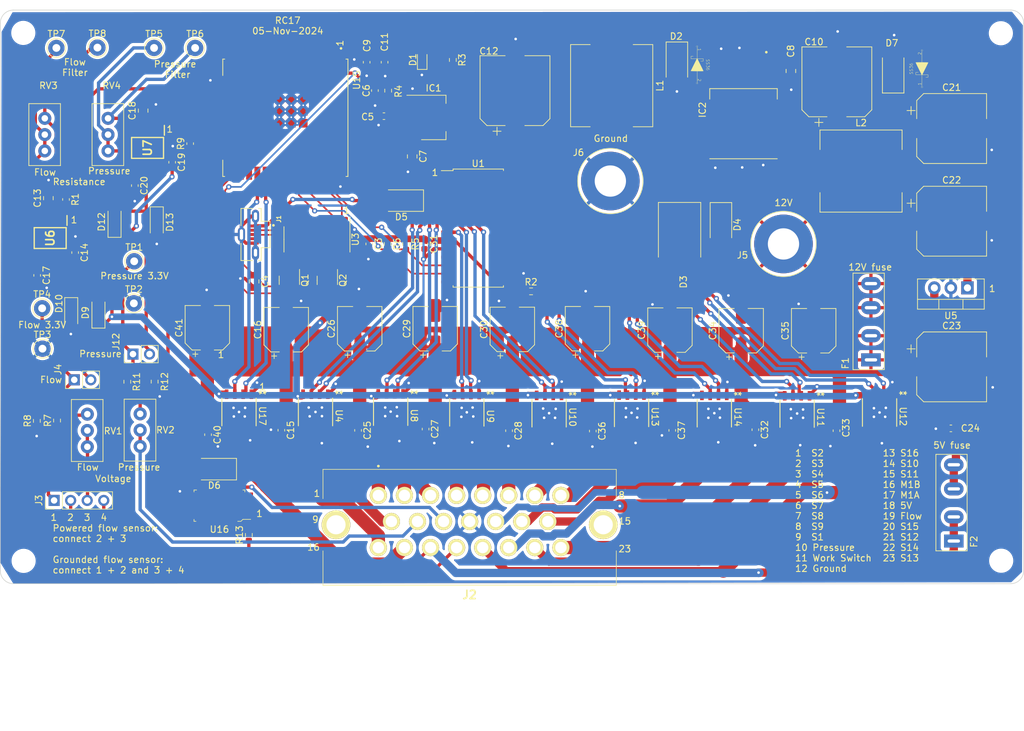
<source format=kicad_pcb>
(kicad_pcb (version 20221018) (generator pcbnew)
  (title_block (title "RC14") (date "2023-09-26"))
  (layers (0 "F.Cu" signal) (31 "B.Cu" signal) (34 "B.Paste" user) (35 "F.Paste" user) (36 "B.SilkS" user "B.Silkscreen") (37 "F.SilkS" user "F.Silkscreen") (38 "B.Mask" user) (39 "F.Mask" user) (44 "Edge.Cuts" user))
  (net 0 "")
  (net 1 "uC_EN")
  (net 2 "GND")
  (net 3 "+5V")
  (net 4 "+12V")
  (net 5 "Net-(D3-K)")
  (net 6 "Net-(U6A-+)")
  (net 7 "Net-(D10-K)")
  (net 10 "Net-(U7A-+)")
  (net 11 "+3.3V")
  (net 12 "Net-(D12-A)")
  (net 13 "Net-(U5-VO)")
  (net 14 "Net-(D1-A)")
  (net 15 "Net-(D5-A)")
  (net 16 "Net-(IC2-Output)")
  (net 17 "WorkSwitch")
  (net 19 "Net-(J1-D-)")
  (net 20 "Net-(J1-D+)")
  (net 22 "Net-(D6-A)")
  (net 23 "+5VA")
  (net 24 "M1B")
  (net 25 "M1A")
  (net 26 "S1")
  (net 27 "M1_IN2")
  (net 28 "S2")
  (net 29 "M1_IN1")
  (net 30 "S3")
  (net 31 "S4")
  (net 32 "SCL")
  (net 33 "SDA")
  (net 34 "S5")
  (net 35 "Net-(Q1-G)")
  (net 36 "Net-(Q1-S)")
  (net 37 "Net-(Q2-D)")
  (net 44 "uC_RX")
  (net 45 "uC_TX")
  (net 47 "S6")
  (net 48 "S7")
  (net 49 "S8")
  (net 59 "FlowSensor")
  (net 60 "Net-(J3-Pin_1)")
  (net 61 "S9")
  (net 62 "S10")
  (net 63 "S11")
  (net 64 "S12")
  (net 65 "PressureSensor")
  (net 66 "S13")
  (net 67 "S14")
  (net 68 "S15")
  (net 69 "S16")
  (net 70 "Net-(J3-Pin_3)")
  (net 71 "FlowPin")
  (net 72 "Net-(U6A--)")
  (net 73 "Net-(U6B--)")
  (net 74 "Net-(R7-Pad2)")
  (net 75 "Net-(J5-Pin_1)")
  (net 76 "PressurePin")
  (net 77 "Net-(U7A--)")
  (net 78 "Net-(U7B--)")
  (net 79 "Net-(R11-Pad2)")
  (net 80 "Net-(R13-Pad2)")
  (net 81 "Net-(U1-GPB0)")
  (net 82 "Net-(U1-GPB1)")
  (net 83 "Net-(U1-GPB2)")
  (net 84 "Net-(U1-GPB3)")
  (net 85 "Net-(U1-GPB4)")
  (net 86 "Net-(U1-GPB5)")
  (net 87 "Net-(U1-GPB6)")
  (net 88 "Net-(U1-GPB7)")
  (net 93 "Net-(U1-GPA0)")
  (net 94 "Net-(U1-GPA1)")
  (net 95 "Net-(U1-GPA2)")
  (net 96 "Net-(U1-GPA3)")
  (net 97 "Net-(U1-GPA4)")
  (net 98 "Net-(U1-GPA5)")
  (net 99 "Net-(U1-GPA6)")
  (net 100 "Net-(U1-GPA7)")
  (net 105 "WorkSwitchPin")
  (net 111 "Net-(J12-Pin_1)")
  (net 116 "Net-(U5-VI)")
  (net 117 "Net-(D4-K)")
  (net 118 "Net-(U1-~{RESET})")
  (footprint "RC17Footprints:CP_Elec_6.3x5.4" (layer "F.Cu") (at 133.6548 69.1836 90)
    (fp_text reference "C34")
    (fp_text value "47uF")
  )
  (footprint "RC17Footprints:SOIC-16_3.9x9.9mm_P1.27mm" (layer "F.Cu") (at 68.575 55.175 -90)
    (fp_text reference "U3")
    (fp_text value "CH340C")
  )
  (footprint "RC17Footprints:MountingHole_3.2mm_M3" (layer "F.Cu") (at 173.55 104.475)
    (fp_text reference " ")
    (fp_text value " ")
  )
  (footprint "RC17Footprints:CP_Elec_6.3x5.4" (layer "F.Cu") (at 144.78 69.1956 90)
    (fp_text reference "C35")
    (fp_text value "47uF")
  )
  (footprint "RC17Footprints:C_0805_2012Metric" (layer "F.Cu") (at 83.1866 42.4494 -90)
    (fp_text reference "C7")
    (fp_text value "10uF")
  )
  (footprint "RC17Footprints:DRV8251ADDR" (layer "F.Cu") (at 91.567 81.70545 -90)
    (fp_text reference "U9")
    (fp_text value "DRV8251")
  )
  (footprint "RC17Footprints:Potentiometer" (layer "F.Cu") (at 26.8224 41.6052)
    (fp_text reference "RV3")
    (fp_text value "10K")
  )
  (footprint "RC17Footprints:R_0603_1608Metric" (layer "F.Cu") (at 39.4814 77.0184 -90)
    (fp_text reference "R11")
    (fp_text value "1K")
  )
  (footprint "RC17Footprints:Potentiometer" (layer "F.Cu") (at 36.5252 41.6052)
    (fp_text reference "RV4")
    (fp_text value "27K")
  )
  (footprint "RC17Footprints:D_SOD-123" (layer "F.Cu") (at 30.875 66.475 -90)
    (fp_text reference "D10")
    (fp_text value "BAT42")
  )
  (footprint "RC17Footprints:SOT-223" (layer "F.Cu") (at 86.4616 36.4744)
    (fp_text reference "IC1")
    (fp_text value "AZ1117")
  )
  (footprint "RC17Footprints:SS36 descriptor" (layer "F.Cu") (at 161.1406 28.9882 90)
    (fp_text reference " ")
    (fp_text value " " hide)
  )
  (footprint "RC17Footprints:SMA(DO-214AC)" (layer "F.Cu") (at 52.832 90.424 180)
    (fp_text reference "D6")
    (fp_text value "1N4007   C727081")
  )
  (footprint "RC17Footprints:TMPA1265SP-101MN-D" (layer "F.Cu") (at 113.792 31.5976 -90)
    (fp_text reference "L1")
    (fp_text value "SMDRI127-330MT")
  )
  (footprint "RC17Footprints:R_0603_1608Metric" (layer "F.Cu") (at 89.4212 27.6474 -90)
    (fp_text reference "R3")
    (fp_text value "500")
  )
  (footprint "RC17Footprints:R_0603_1608Metric" (layer "F.Cu") (at 79.502 32.3596 90)
    (fp_text reference "R4")
    (fp_text value "10K")
  )
  (footprint "RC17Footprints:C_0603_1608Metric" (layer "F.Cu") (at 85.2424 84.2772 -90)
    (fp_text reference "C27")
    (fp_text value "0.1uF")
  )
  (footprint "RC17Footprints:C_0603_1608Metric" (layer "F.Cu") (at 31.475 57.2 -90)
    (fp_text reference "C14")
    (fp_text value "0.1uF")
  )
  (footprint "RC17Footprints:SOIC127P600X175-8N" (layer "F.Cu") (at 42.5874 41.1454 -90)
    (fp_text reference "U7")
    (fp_text value "MCP6002-xP" hide)
  )
  (footprint "RC17Footprints:R_0603_1608Metric" (layer "F.Cu") (at 28.702 82.9716 90)
    (fp_text reference "R7")
    (fp_text value "1K")
  )
  (footprint "RC17Footprints:C_0603_1608Metric" (layer "F.Cu") (at 78.95 28 -90)
    (fp_text reference "C11")
    (fp_text value "22uF")
  )
  (footprint "RC17Footprints:SMD-4_4.6x7.62mm_P2.54mm" (layer "F.Cu") (at 53.6152 96.0272 180)
    (fp_text reference "U16")
    (fp_text value "PC817")
  )
  (footprint "RC17Footprints:CP_Elec_6.3x5.4" (layer "F.Cu") (at 63.8588 69.029566 90)
    (fp_text reference "C16")
    (fp_text value "47uF")
  )
  (footprint "RC17Footprints:MountingHole_3.2mm_M3" (layer "F.Cu") (at 23.525 23.5)
    (fp_text reference " ")
    (fp_text value " ")
  )
  (footprint "RC17Footprints:7760871" (layer "F.Cu") (at 78 94.4572)
    (fp_text reference "J2")
    (fp_text value "776087-1-776087-1" hide)
  )
  (footprint "RC17Footprints:Potentiometer" (layer "F.Cu") (at 41.4528 86.9448)
    (fp_text reference "RV2")
    (fp_text value "10K")
  )
  (footprint "RC17Footprints:C_0603_1608Metric" (layer "F.Cu") (at 135.8392 84.3788 -90)
    (fp_text reference "C32")
    (fp_text value "0.1uF")
  )
  (footprint "RC17Footprints:DRV8251ADDR" (layer "F.Cu") (at 154.8892 81.7372 -90)
    (fp_text reference "U12")
    (fp_text value "DRV8251")
  )
  (footprint "RC17Footprints:C_0603_1608Metric" (layer "F.Cu") (at 165.8325 84.175 180)
    (fp_text reference "C24")
    (fp_text value "0.1uF")
  )
  (footprint "RC17Footprints:C_0603_1608Metric" (layer "F.Cu") (at 148.2852 84.5312 -90)
    (fp_text reference "C33")
    (fp_text value "0.1uF")
  )
  (footprint "RC17Footprints:C_0603_1608Metric" (layer "F.Cu") (at 123.0884 84.4804 -90)
    (fp_text reference "C37")
    (fp_text value "0.1uF")
  )
  (footprint "RC17Footprints:C_0603_1608Metric" (layer "F.Cu") (at 110.8964 84.582 -90)
    (fp_text reference "C36")
    (fp_text value "0.1uF")
  )
  (footprint "RC17Footprints:DRV8251ADDR" (layer "F.Cu") (at 142.24 81.8896 -90)
    (fp_text reference "U11")
    (fp_text value "DRV8251")
  )
  (footprint "RC17Footprints:C_0603_1608Metric" (layer "F.Cu") (at 74.8792 84.4804 -90)
    (fp_text reference "C25")
    (fp_text value "0.1uF")
  )
  (footprint "RC17Footprints:TestPoint_THTPad_D2.5mm_Drill1.2mm" (layer "F.Cu") (at 26.4668 71.948)
    (fp_text reference "TP3")
    (fp_text value "Test GND")
  )
  (footprint "RC17Footprints:TestPoint_THTPad_D2.5mm_Drill1.2mm" (layer "F.Cu") (at 49.8856 25.8064)
    (fp_text reference "TP6")
    (fp_text value "Pressure Ohms2")
  )
  (footprint "RC17Footprints:Potentiometer" (layer "F.Cu") (at 33.3498 86.9956)
    (fp_text reference "RV1")
    (fp_text value "10K")
  )
  (footprint "RC17Footprints:MOLEX_105133-0011" (layer "F.Cu") (at 59.145 54.425 -90)
    (fp_text reference "J1")
    (fp_text value "105133-0011")
  )
  (footprint "RC17Footprints:PowerPin" (layer "F.Cu") (at 140.15 55.875)
    (fp_text reference "J5")
    (fp_text value "12V ")
  )
  (footprint "RC17Footprints:DRV8251ADDR" (layer "F.Cu") (at 56.6166 81.65465 -90)
    (fp_text reference "U17")
    (fp_text value "DRV8251")
  )
  (footprint "RC17Footprints:D_SOD-123" (layer "F.Cu") (at 35.052 66.4338 90)
    (fp_text reference "D9")
    (fp_text value "BAT42")
  )
  (footprint "RC17Footprints:MountingHole_3.2mm_M3" (layer "F.Cu") (at 23.575 104.5)
    (fp_text reference " ")
    (fp_text value " ")
  )
  (footprint "RC17Footprints:C_0603_1608Metric" (layer "F.Cu") (at 78.8546 36.2712 180)
    (fp_text reference "C5")
    (fp_text value "22uF")
  )
  (footprint "RC17Footprints:C_0805_2012Metric" (layer "F.Cu") (at 141.2894 29.34305 -90)
    (fp_text reference "C8")
    (fp_text value "1uF")
  )
  (footprint "RC17Footprints:TestPoint_THTPad_D2.5mm_Drill1.2mm" (layer "F.Cu") (at 34.8996 25.7556)
    (fp_text reference "TP8")
    (fp_text value "Flow Ohms2")
  )
  (footprint "RC17Footprints:R_0603_1608Metric" (layer "F.Cu") (at 82.25 55.875 -90)
    (fp_text reference "R5")
    (fp_text value "2.2K")
  )
  (footprint "RC17Footprints:C_0603_1608Metric" (layer "F.Cu") (at 49.1236 40.4876 90)
    (fp_text reference "R9")
    (fp_text value "470")
  )
  (footprint "RC17Footprints:TestPoint_THTPad_D2.5mm_Drill1.2mm" (layer "F.Cu") (at 28.6004 25.8064)
    (fp_text reference "TP7")
    (fp_text value "Flow Ohms1")
  )
  (footprint "RC17Footprints:C_0603_1608Metric" (layer "F.Cu") (at 46.3624 43.3454 -90)
    (fp_text reference "C19")
    (fp_text value "0.1uF")
  )
  (footprint "RC17Footprints:R_0603_1608Metric" (layer "F.Cu") (at 58.125 100.525 90)
    (fp_text reference "R13")
    (fp_text value "270")
  )
  (footprint "RC17Footprints:TO-220-3_Vertical" (layer "F.Cu") (at 168.3725 62.615 180)
    (fp_text reference "U5")
    (fp_text value "LM7805_TO220")
  )
  (footprint "RC17Footprints:R_0603_1608Metric" (layer "F.Cu") (at 79.425 55.875 -90)
    (fp_text reference "R6")
    (fp_text value "2.2K")
  )
  (footprint "RC17Footprints:TO263-5L" (layer "F.Cu") (at 134.0158 34.7578 -90)
    (fp_text reference "IC2")
    (fp_text value "XL2596")
  )
  (footprint "RC17Footprints:SMA(DO-214AC)" (layer "F.Cu") (at 81.525 49.225 180)
    (fp_text reference "D5")
    (fp_text value "1N4007   C727081")
  )
  (footprint "RC17Footprints:DRV8251ADDR" (layer "F.Cu") (at 129.54 81.8388 -90)
    (fp_text reference "U14")
    (fp_text value "DRV8251")
  )
  (footprint "RC17Footprints:CP_Elec_6.3x5.4" (layer "F.Cu") (at 122.7328 69.094 90)
    (fp_text reference "C39")
    (fp_text value "47uF")
  )
  (footprint "RC17Footprints:DRV8251ADDR" (layer "F.Cu") (at 116.84 81.788 -90)
    (fp_text reference "U13")
    (fp_text value "DRV8251")
  )
  (footprint "RC17Footprints:MountingHole_3.2mm_M3" (layer "F.Cu") (at 173.5 23.55)
    (fp_text reference " ")
    (fp_text value " ")
  )
  (footprint "RC17Footprints:C_0603_1608Metric" (layer "F.Cu") (at 76.2 28 -90)
    (fp_text reference "C9")
    (fp_text value "0.1uF")
  )
  (footprint "RC17Footprints:C_0603_1608Metric" (layer "F.Cu") (at 76.6 55.875 -90)
    (fp_text reference "C3")
    (fp_text value "0.1uF")
  )
  (footprint "RC17Footprints:SMA(DO-214AC)" (layer "F.Cu") (at 130.556 52.9336 -90)
    (fp_text reference "D4")
    (fp_text value "1N4007   C727081")
  )
  (footprint "RC17Footprints:R_0603_1608Metric" (layer "F.Cu") (at 43.675 77 90)
    (fp_text reference "R12")
    (fp_text value "2K")
  )
  (footprint "RC17Footprints:C_0603_1608Metric" (layer "F.Cu") (at 63.1192 84.4508 -90)
    (fp_text reference "C15")
    (fp_text value "0.1uF")
  )
  (footprint "RC17Footprints:CP_Elec_10x10.5" (layer "F.Cu") (at 165.95 74.73)
    (fp_text reference "C23")
    (fp_text value "470uF")
  )
  (footprint "RC17Footprints:LED_0603_1608Metric" (layer "F.Cu") (at 84.7212 27.6099 90)
    (fp_text reference "D1")
    (fp_text value "LED")
  )
  (footprint "RC17Footprints:C_0603_1608Metric" (layer "F.Cu") (at 85.075 55.875 -90)
    (fp_text reference "C31")
    (fp_text value "0.1uF")
  )
  (footprint "RC17Footprints:C_0603_1608Metric" (layer "F.Cu") (at 51.8668 85.1408 -90)
    (fp_text reference "C40")
    (fp_text value "0.1uF")
  )
  (footprint "RC17Footprints:Fuse_Holder_C492610" (layer "F.Cu") (at 163.5275 102.955 90)
    (fp_text reference "F2")
    (fp_text value "C492610")
  )
  (footprint "RC17Footprints:D_SOD-123" (layer "F.Cu") (at 37.525 52.5 90)
    (fp_text reference "D12")
    (fp_text value "BAT42")
  )
  (footprint "RC17Footprints:CP_Elec_6.3x5.4" (layer "F.Cu") (at 98.552 68.9924 90)
    (fp_text reference "C30")
    (fp_text value "47uF")
  )
  (footprint "RC17Footprints:SS36 descriptor" (layer "F.Cu") (at 127.1524 28.3972 -90)
    (fp_text reference " ")
    (fp_text value " " hide)
  )
  (footprint "RC17Footprints:C_0805_2012Metric" (layer "F.Cu") (at 58.93 61.625 -90)
    (fp_text reference "C4")
    (fp_text value "1uF")
  )
  (footprint "RC17Footprints:XCVR_ESP32-WROOM-32U" (layer "F.Cu") (at 63.726 36.524 -90)
    (fp_text reference "U15")
    (fp_text value "ESP32-WROOM-32U")
  )
  (footprint "RC17Footprints:CP_Elec_6.3x5.4" (layer "F.Cu") (at 110.0836 68.8848 90)
    (fp_text reference "C38")
    (fp_text value "47uF")
  )
  (footprint "RC17Footprints:CP_Elec_10x10.5" (layer "F.Cu") (at 165.95 52.39)
    (fp_text reference "C22")
    (fp_text value "470uF")
  )
  (footprint "RC17Footprints:CP_Elec_6.3x5.4" (layer "F.Cu") (at 75.1332 68.8908 90)
    (fp_text reference "C26")
    (fp_text value "47uF")
  )
  (footprint "RC17Footprints:TestPoint_THTPad_D2.5mm_Drill1.2mm" (layer "F.Cu") (at 43.5864 25.8064)
    (fp_text reference "TP5")
    (fp_text value "Pressure Ohms1")
  )
  (footprint "RC17Footprints:PowerPin" (layer "F.Cu") (at 113.5888 46.228)
    (fp_text reference "J6")
    (fp_text value "Ground")
  )
  (footprint "RC17Footprints:SOT-23" (layer "F.Cu") (at 64.345 61.45 -90)
    (fp_text reference "Q1")
    (fp_text value "BSS138")
  )
  (footprint "RC17Footprints:CP_Elec_10x10.5" (layer "F.Cu") (at 98.9584 32.3596 90)
    (fp_text reference "C12")
    (fp_text value "330uF")
  )
  (footprint "RC17Footprints:CP_Elec_6.3x5.4" (layer "F.Cu") (at 86.7156 68.8848 90)
    (fp_text reference "C29")
    (fp_text value "47uF")
  )
  (footprint "RC17Footprints:TestPoint_THTPad_D2.5mm_Drill1.2mm" (layer "F.Cu") (at 40.5384 58.5368)
    (fp_text reference "TP1")
    (fp_text value "Pressure 3.3V")
  )
  (footprint "RC17Footprints:C_0603_1608Metric" (layer "F.Cu") (at 98.044 84.5312 -90)
    (fp_text reference "C28")
    (fp_text value "0.1uF")
  )
  (footprint "RC17Footprints:CP_Elec_6.3x5.4" (layer "F.Cu") (at 51.7652 68.7384 90)
    (fp_text reference "C41")
    (fp_text value "47uF")
  )
  (footprint "RC17Footprints:PinHeader_1x02_P2.54mm_Vertical" (layer "F.Cu") (at 31.3436 76.7232 90)
    (fp_text reference "J4")
    (fp_text value "Conn_01x02_Pin")
  )
  (footprint "RC17Footprints:D_SOD-123" (layer "F.Cu") (at 44 52.545 -90)
    (fp_text reference "D13")
    (fp_text value "BAT42")
  )
  (footprint "RC17Footprints:D_SMC_larger_pads" (layer "F.Cu") (at 124.206 54.3052 -90)
    (fp_text reference "D3")
    (fp_text value "S10MC")
  )
  (footprint "RC17Footprints:DRV8251ADDR" (layer "F.Cu") (at 79.883 81.60385 -90)
    (fp_text reference "U8")
    (fp_text value "DRV8251")
  )
  (footprint "RC17Footprints:SMA(DO-214AC)" (layer "F.Cu") (at 156.975 29.325 90)
    (fp_text reference "D7")
    (fp_text value "SS36")
  )
  (footprint "RC17Footprints:DRV8251ADDR" (layer "F.Cu") (at 68.3514 81.65465 -90)
    (fp_text reference "U4")
    (fp_text value "DRV8251")
  )
  (footprint "RC17Footprints:C_0603_1608Metric" (layer "F.Cu") (at 40.6374 46.9204 -90)
    (fp_text reference "C20")
    (fp_text value "0.1uF")
  )
  (footprint "RC17Footprints:C_0603_1608Metric" (layer "F.Cu") (at 77.47 32.3466 -90)
    (fp_text reference "C6")
    (fp_text value "0.1uF")
  )
  (footprint "RC17Footprints:SOT-23" (layer "F.Cu") (at 70.17 61.4625 -90)
    (fp_text reference "Q2")
    (fp_text value "BSS138")
  )
  (footprint "RC17Footprints:CP_Elec_10x10.5" (layer "F.Cu") (at 165.95 38.175)
    (fp_text reference "C21")
    (fp_text value "470uF")
  )
  (footprint "RC17Footprints:SMA(DO-214AC)" (layer "F.Cu") (at 123.7996 28.2956 -90)
    (fp_text reference "D2")
    (fp_text value "SS36")
  )
  (footprint "RC17Footprints:C_0805_2012Metric" (layer "F.Cu") (at 41.91 35.4228 90)
    (fp_text reference "C18")
    (fp_text value "1uF")
  )
  (footprint "RC17Footprints:TMPA1265SP-101MN-D" (layer "F.Cu") (at 152.05 44.7)
    (fp_text reference "L2")
    (fp_text value "SMDRI127-330MT")
  )
  (footprint "RC17Footprints:PinHeader_1x04_P2.54mm_Vertical" (layer "F.Cu") (at 28.25 95.225 90)
    (fp_text reference "J3")
    (fp_text value "Conn_01x04_Pin")
  )
  (footprint "RC17Footprints:SOIC-28W_7.5x17.9mm_P1.27mm" (layer "F.Cu") (at 93.325 53.45)
    (fp_text reference "U1")
    (fp_text value "MCP23017_SO")
  )
  (footprint "RC17Footprints:Fuse_Holder_C492610" (layer "F.Cu") (at 150.8184 75.16 90)
    (fp_text reference "F1")
    (fp_text value "C492610")
  )
  (footprint "RC17Footprints:TestPoint_THTPad_D2.5mm_Drill1.2mm" (layer "F.Cu") (at 40.4876 64.9884)
    (fp_text reference "TP2")
    (fp_text value "Test GND")
  )
  (footprint "RC17Footprints:C_0603_1608Metric" (layer "F.Cu") (at 25.65 60.7 -90)
    (fp_text reference "C17")
    (fp_text value "0.1uF")
  )
  (footprint "RC17Footprints:PinHeader_1x02_P2.54mm_Vertical" (layer "F.Cu") (at 40.35 72.775 90)
    (fp_text reference "J12")
    (fp_text value "Conn_01x02_Pin")
  )
  (footprint "RC17Footprints:C_0805_2012Metric" (layer "F.Cu") (at 27.375 48.85 90)
    (fp_text reference "C13")
    (fp_text value "1uF")
  )
  (footprint "RC17Footprints:DRV8251ADDR" (layer "F.Cu") (at 104.1908 81.8388 -90)
    (fp_text reference "U10")
    (fp_text value "DRV8251")
  )
  (footprint "RC17Footprints:CP_Elec_10x10.5" (layer "F.Cu") (at 148.336 31.0044 90)
    (fp_text reference "C10")
    (fp_text value "470uF")
  )
  (footprint "RC17Footprints:TestPoint_THTPad_D2.5mm_Drill1.2mm" (layer "F.Cu") (at 26.416 65.7504)
    (fp_text reference "TP4")
    (fp_text value "Flow 3.3V")
  )
  (footprint "RC17Footprints:C_0603_1608Metric" (layer "F.Cu") (at 30.075 49.05 -90)
    (fp_text reference "R1")
    (fp_text value "470")
  )
  (footprint "RC17Footprints:R_0603_1608Metric" (layer "F.Cu") (at 101.425 63.15)
    (fp_text reference "R2")
    (fp_text value "10K")
  )
  (footprint "RC17Footprints:R_0603_1608Metric" (layer "F.Cu") (at 25.6032 83.0224 90)
    (fp_text reference "R8")
    (fp_text value "2K")
  )
  (footprint "RC17Footprints:SOIC127P600X175-8N" (layer "F.Cu") (at 27.65 54.975 -90)
    (fp_text reference "U6")
    (fp_text value "MCP6002-xP" hide)
  )
  (gr_arc (start 22 108) (mid 20.585786 107.414214) (end 20 106) (stroke (width 0.1)) (layer "Edge.Cuts"))
  (gr_line (start 22 20) (end 175 20) (stroke (width 0.1)) (layer "Edge.Cuts"))
  (gr_line (start 20 106) (end 20 22) (stroke (width 0.1)) (layer "Edge.Cuts"))
  (gr_arc (start 175 20) (mid 176.414214 20.585786) (end 177 22) (stroke (width 0.1)) (layer "Edge.Cuts"))
  (gr_arc (start 177 106) (mid 176.414214 107.414214) (end 175 108) (stroke (width 0.1)) (layer "Edge.Cuts"))
  (gr_arc (start 20 22) (mid 20.585786 20.585786) (end 22 20) (stroke (width 0.1)) (layer "Edge.Cuts"))
  (gr_line (start 175 108) (end 22 108) (stroke (width 0.1)) (layer "Edge.Cuts"))
  (gr_line (start 177 106) (end 177 22) (stroke (width 0.1)) (layer "Edge.Cuts"))
  (gr_text "Flow" (at 26.025 77.3) (layer "F.SilkS") (effects (font (size 1 1)) (justify left bottom)))
  (gr_text "Flow" (at 25.0952 45.466) (layer "F.SilkS") (effects (font (size 1 1)) (justify left bottom)))
  (gr_text "2" (at 30.183333 98.425) (layer "F.SilkS") (effects (font (size 1 1)) (justify left bottom)))
  (gr_text "3" (at 32.741666 98.425) (layer "F.SilkS") (effects (font (size 1 1)) (justify left bottom)))
  (gr_text "9" (at 67.75 98.75) (layer "F.SilkS") (effects (font (size 1 1)) (justify left bottom)))
  (gr_text "1" (at 68 94.75) (layer "F.SilkS") (effects (font (size 1 1)) (justify left bottom)))
  (gr_text "12V fuse" (at 150.025 60.025) (layer "F.SilkS") (effects (font (size 1 1)) (justify left bottom)))
  (gr_text "16" (at 67 103) (layer "F.SilkS") (effects (font (size 1 1)) (justify left bottom)))
  (gr_text "Flow" (at 31.65 90.725) (layer "F.SilkS") (effects (font (size 1 1)) (justify left bottom)))
  (gr_text "1" (at 27.625 98.425) (layer "F.SilkS") (effects (font (size 1 1)) (justify left bottom)))
  (gr_text "1" (at 72.7 25.65 90) (layer "F.SilkS") (effects (font (size 1 1)) (justify left bottom)))
  (gr_text "Pressure \nFilter" (at 47.1932 30.48) (layer "F.SilkS") (effects (font (size 1 1)) (justify bottom)))
  (gr_text "5V fuse" (at 163.05 87.35) (layer "F.SilkS") (effects (font (size 1 1)) (justify left bottom)))
  (gr_text "Pressure" (at 33.3756 45.2628) (layer "F.SilkS") (effects (font (size 1 1)) (justify left bottom)))
  (gr_text "Flow 3.3V" (at 22.6568 68.8848) (layer "F.SilkS") (effects (font (size 1 1)) (justify left bottom)))
  (gr_text "Powered flow sensor:\nconnect 2 + 3\n\nGrounded flow sensor:\nconnect 1 + 2 and 3 + 4" (at 27.95 106.5) (layer "F.SilkS") (effects (font (size 1 1)) (justify left bottom)))
  (gr_text "1" (at 171.6 63.325) (layer "F.SilkS") (effects (font (size 1 1)) (justify left bottom)))
  (gr_text "1" (at 59.182 97.8408) (layer "F.SilkS") (effects (font (size 1 1)) (justify left bottom)))
  (gr_text "Pressure 3.3V" (at 35.2552 61.3664) (layer "F.SilkS") (effects (font (size 1 1)) (justify left bottom)))
  (gr_text "Flow\nFilter" (at 31.4452 30.1752) (layer "F.SilkS") (effects (font (size 1 1)) (justify bottom)))
  (gr_text "Pressure" (at 32.025 73.325) (layer "F.SilkS") (effects (font (size 1 1)) (justify left bottom)))
  (gr_text "1" (at 30.734 52.7812) (layer "F.SilkS") (effects (font (size 1 1)) (justify left bottom)))
  (gr_text "1" (at 45.4152 38.862) (layer "F.SilkS") (effects (font (size 1 1)) (justify left bottom)))
  (gr_text "1" (at 59.6392 78.3844) (layer "F.SilkS") (effects (font (size 1 1)) (justify left bottom)))
  (gr_text "RC17\n05-Nov-2024" (at 64.1 22.4) (layer "F.SilkS") (effects (font (size 1 1))))
  (gr_text "1" (at 86.106 45.5168) (layer "F.SilkS") (effects (font (size 1 1)) (justify left bottom)))
  (gr_text "Ground" (at 110.9472 40.2844) (layer "F.SilkS") (effects (font (size 1 1)) (justify left bottom)))
  (gr_text "1" (at 72.55 51.325) (layer "F.SilkS") (effects (font (size 1 1)) (justify left bottom)))
  (gr_text "Pressure" (at 37.95 90.725) (layer "F.SilkS") (effects (font (size 1 1)) (justify left bottom)))
  (gr_text "1" (at 53.2892 73.4568) (layer "F.SilkS") (effects (font (size 1 1)) (justify left bottom)))
  (gr_text "15" (at 114.75 99) (layer "F.SilkS") (effects (font (size 1 1)) (justify left bottom)))
  (gr_text "23" (at 114.75 103.25) (layer "F.SilkS") (effects (font (size 1 1)) (justify left bottom)))
  (gr_text "Resistance" (at 27.975 46.925) (layer "F.SilkS") (effects (font (size 1 1)) (justify left bottom)))
  (gr_text "Voltage" (at 34.475 92.475) (layer "F.SilkS") (effects (font (size 1 1)) (justify left bottom)))
  (gr_text "12V" (at 138.684 50.1396) (layer "F.SilkS") (effects (font (size 1 1)) (justify left bottom)))
  (gr_text "4" (at 35.3 98.425) (layer "F.SilkS") (effects (font (size 1 1)) (justify left bottom)))
  (gr_text "1  S2\n2  S3\n3  S4\n4  S5\n5  S6\n6  S7\n7  S8\n8  S9\n9  S1\n10 Pressure\n11 Work Switch\n12 Ground\n" (at 141.85 106.26) (layer "F.SilkS") (effects (font (size 1 1)) (justify left bottom)))
  (gr_text "8" (at 114.75 95) (layer "F.SilkS") (effects (font (size 1 1)) (justify left bottom)))
  (gr_text "13 S16\n14 S10\n15 S11\n16 M1B\n17 M1A\n18 5V\n19 Flow\n20 S15\n21 S12\n22 S14\n23 S13" (at 155.3 104.65) (layer "F.SilkS") (effects (font (size 1 1)) (justify left bottom)))
  (segment (start 55.05 47.125) (end 55.05 47.075) (width 0.254) (layer "F.Cu") (net 1))
  (segment (start 76.3216 31.5716) (end 74.4 29.65) (width 0.508) (layer "F.Cu") (net 1))
  (segment (start 58.93 60.675) (end 54.5 56.245) (width 0.254) (layer "F.Cu") (net 1))
  (segment (start 55.05 47.075) (end 55.05 47.075) (width 0.254) (layer "F.Cu") (net 1))
  (segment (start 54.5 56.245) (end 54.5 48.5) (width 0.254) (layer "F.Cu") (net 1))
  (segment (start 77.47 31.5716) (end 76.3216 31.5716) (width 0.508) (layer "F.Cu") (net 1))
  (segment (start 60.6425 62.3875) (end 58.93 60.675) (width 0.254) (layer "F.Cu") (net 1))
  (segment (start 77.507 31.5346) (end 77.47 31.5716) (width 0.508) (layer "F.Cu") (net 1))
  (segment (start 55 47.125) (end 55.05 47.125) (width 0.254) (layer "F.Cu") (net 1))
  (segment (start 54.5 48.5) (end 54.5 47.625) (width 0.254) (layer "F.Cu") (net 1))
  (segment (start 70.154 29.679) (end 69.596 29.121) (width 0.508) (layer "F.Cu") (net 1))
  (segment (start 79.502 31.5346) (end 77.507 31.5346) (width 0.508) (layer "F.Cu") (net 1))
  (segment (start 64.345 62.3875) (end 60.6425 62.3875) (width 0.254) (layer "F.Cu") (net 1))
  (segment (start 74.371 29.679) (end 70.154 29.679) (width 0.508) (layer "F.Cu") (net 1))
  (segment (start 69.596 29.121) (end 69.596 28.024) (width 0.508) (layer "F.Cu") (net 1))
  (segment (start 74.4 29.65) (end 74.371 29.679) (width 0.508) (layer "F.Cu") (net 1))
  (segment (start 54.5 47.625) (end 55 47.125) (width 0.254) (layer "F.Cu") (net 1))
  (via (at 55.05 47.125) (size 0.8) (drill 0.4) (layers "F.Cu" "B.Cu") (net 1))
  (via (at 74.4 29.65) (size 0.8) (drill 0.4) (layers "F.Cu" "B.Cu") (net 1))
  (segment (start 56.925 47.125) (end 55.05 47.125) (width 0.254) (layer "B.Cu") (net 1))
  (segment (start 74.4 29.65) (end 56.925 47.125) (width 0.254) (layer "B.Cu") (net 1))
  (segment (start 43.8688 34.4728) (end 43.9322 34.5362) (width 0.508) (layer "F.Cu") (net 2))
  (segment (start 131.455 77.145) (end 131.55 77.05) (width 0.508) (layer "F.Cu") (net 2))
  (segment (start 25.745 52.275) (end 25.745 52.988) (width 0.508) (layer "F.Cu") (net 2))
  (segment (start 97.9784 85.2966) (end 98 85.2966) (width 1.3716) (layer "F.Cu") (net 2))
  (segment (start 86.7664 66.235495) (end 88.526021 64.475874) (width 1.27) (layer "F.Cu") (net 2))
  (segment (start 129.6908 44.18955) (end 129.6908 42.5828) (width 1.27) (layer "F.Cu") (net 2))
  (segment (start 82.651348 78.032034) (end 81.753932 78.92945) (width 0.508) (layer "F.Cu") (net 2))
  (segment (start 25.65 61.475) (end 25.981129 61.475) (width 0.508) (layer "F.Cu") (net 2))
  (segment (start 71.454422 77.785628) (end 70.2566 78.98345) (width 0.508) (layer "F.Cu") (net 2))
  (segment (start 62.364635 85.2258) (end 61.519377 84.380542) (width 1.27) (layer "F.Cu") (net 2))
  (segment (start 106.105 79.07585) (end 106.105 77.02) (width 0.508) (layer "F.Cu") (net 2))
  (segment (start 27.4 46.075) (end 27.4 47.875) (width 0.508) (layer "F.Cu") (net 2))
  (segment (start 148.2784 85.2966) (end 148.3 85.2966) (width 1.3716) (layer "F.Cu") (net 2))
  (segment (start 118.78 79.07585) (end 118.78 76.945) (width 0.508) (layer "F.Cu") (net 2))
  (segment (start 170.15 39.5) (end 172.1 41.45) (width 1.27) (layer "F.Cu") (net 2))
  (segment (start 25.6032 83.8474) (end 25.6032 85.3218) (width 0.508) (layer "F.Cu") (net 2))
  (segment (start 86.7664 66.2584) (end 86.7664 66.235495) (width 1.27) (layer "F.Cu") (net 2))
  (segment (start 46.456481 42.476319) (end 46.3624 42.5704) (width 0.508) (layer "F.Cu") (net 2))
  (segment (start 52.259 30.809) (end 52.225 30.775) (width 1.016) (layer "F.Cu") (net 2))
  (segment (start 143.4594 65.075) (end 142.475 65.075) (width 1.27) (layer "F.Cu") (net 2))
  (segment (start 84.925 58.225) (end 86.525 56.625) (width 0.508) (layer "F.Cu") (net 2))
  (segment (start 147.346356 86.228644) (end 148.2784 85.2966) (width 1.3716) (layer "F.Cu") (net 2))
  (segment (start 30.875 68.125) (end 30.875 69.65) (width 0.508) (layer "F.Cu") (net 2))
  (segment (start 75.099732 62.872036) (end 75.014648 62.786952) (width 1.27) (layer "F.Cu") (net 2))
  (segment (start 73.02 52.7) (end 73.995 53.675) (width 0.508) (layer "F.Cu") (net 2))
  (segment (start 74.7966 85.2966) (end 74.775 85.2966) (width 1.3716) (layer "F.Cu") (net 2))
  (segment (start 25.745 52.988) (end 29.182 56.425) (width 0.508) (layer "F.Cu") (net 2))
  (segment (start 76.2 28.775) (end 76.2 30.0736) (width 0.508) (layer "F.Cu") (net 2))
  (segment (start 69.327632 86.442712) (end 68.9866 86.10168) (width 0.508) (layer "F.Cu") (net 2))
  (segment (start 170.15 53.375) (end 172.1 55.325) (width 1.27) (layer "F.Cu") (net 2))
  (segment (start 134.0158 38.2578) (end 137.04019 41.28219) (width 1.27) (layer "F.Cu") (net 2))
  (segment (start 78.95 28.775) (end 78.95 30.029602) (width 0.508) (layer "F.Cu") (net 2))
  (segment (start 43.675 77.825) (end 43.675 78.496663) (width 0.508) (layer "F.Cu") (net 2))
  (segment (start 98.9584 24.5364) (end 99.06 24.4348) (width 1.27) (layer "F.Cu") (net 2))
  (segment (start 142.86 84.52415) (end 142.86 86.608918) (width 0.508) (layer "F.Cu") (net 2))
  (segment (start 110.831381 85.443619) (end 110.8784 85.3966) (width 1.3716) (layer "F.Cu") (net 2))
  (segment (start 155.535 86.165) (end 155.25 86.45) (width 0.508) (layer "F.Cu") (net 2))
  (segment (start 51.7664 63.042864) (end 51.651231 62.927695) (width 1.27) (layer "F.Cu") (net 2))
  (segment (start 52.911533 86.943133) (end 51.8924 85.924) (width 1.27) (layer "F.Cu") (net 2))
  (segment (start 27.4 47.875) (end 27.375 47.9) (width 0.508) (layer "F.Cu") (net 2))
  (segment (start 130.185 86.264336) (end 130.145598 86.303738) (width 0.508) (layer "F.Cu") (net 2))
  (segment (start 110.1012 66.4048) (end 110.1012 63.4262) (width 1.27) (layer "F.Cu") (net 2))
  (segment (start 40.6824 39.1584) (end 44.0944 42.5704) (width 0.508) (layer "F.Cu") (net 2))
  (segment (start 156.975 27.325) (end 156.975 23.991) (width 1.27) (layer "F.Cu") (net 2))
  (segment (start 134.0158 26.4292) (end 133.3904 25.8038) (width 1.27) (layer "F.Cu") (net 2))
  (segment (start 78.0288 36.322) (end 78.0796 36.2712) (width 1.016) (layer "F.Cu") (net 2))
  (segment (start 56.995 53.142) (end 56.995 54.425) (width 0.508) (layer "F.Cu") (net 2))
  (segment (start 25.981129 61.475) (end 27.113879 62.60775) (width 0.508) (layer "F.Cu") (net 2))
  (segment (start 144.78 66.3956) (end 143.4594 65.075) (width 1.27) (layer "F.Cu") (net 2))
  (segment (start 82.534885 44.051115) (end 82.534885 44.812029) (width 1.016) (layer "F.Cu") (net 2))
  (segment (start 130.6158 25.9542) (end 130.5904 25.9288) (width 1.27) (layer "F.Cu") (net 2))
  (segment (start 104.674571 84.684579) (end 104.674571 86.527105) (width 0.508) (layer "F.Cu") (net 2))
  (segment (start 31.525 56.375) (end 31.475 56.425) (width 0.508) (layer "F.Cu") (net 2))
  (segment (start 86.575 86.388) (end 85.2156 85.0286) (width 1.27) (layer "F.Cu") (net 2))
  (segment (start 110.1012 63.4262) (end 109.8 63.125) (width 1.27) (layer "F.Cu") (net 2))
  (segment (start 72.175 47.075) (end 72.175 45.063) (width 1.016) (layer "F.Cu") (net 2))
  (segment (start 137.04019 41.28219) (end 137.04019 43.77139) (width 1.27) (layer "F.Cu") (net 2))
  (segment (start 76.6 58.065963) (end 76.464026 58.201937) (width 0.508) (layer "F.Cu") (net 2))
  (segment (start 74.3 27.575) (end 72.585 27.575) (width 1.016) (layer "F.Cu") (net 2))
  (segment (start 59.145 55.975) (end 59.145 57.225) (width 0.508) (layer "F.Cu") (net 2))
  (segment (start 84.7212 29.8974) (end 84.6712 29.9474) (width 0.508) (layer "F.Cu") (net 2))
  (segment (start 98.5012 66.4048) (end 96.7214 64.625) (width 1.27) (layer "F.Cu") (net 2))
  (segment (start 84.7212 28.3974) (end 84.7212 29.8974) (width 0.508) (layer "F.Cu") (net 2))
  (segment (start 135.805391 86.768091) (end 135.805391 85.269609) (width 1.3716) (layer "F.Cu") (net 2))
  (segment (start 80.483932 85.380013) (end 81.220837 86.116918) (width 0.508) (layer "F.Cu") (net 2))
  (segment (start 93.4206 78.92945) (end 93.4206 76.9794) (width 0.508) (layer "F.Cu") (net 2))
  (segment (start 82.651348 77.216196) (end 82.651348 78.032034) (width 0.508) (layer "F.Cu") (net 2))
  (segment (start 121.5466 85.2966) (end 123.1 85.2966) (width 1.3716) (layer "F.Cu") (net 2))
  (segment (start 92.396503 86.318934) (end 92.1506 86.073031) (width 0.508) (layer "F.Cu") (net 2))
  (segment (start 165.0575 84.175) (end 163.575 84.175) (width 1.27) (layer "F.Cu") (net 2))
  (segment (start 75.099732 66.2584) (end 75.099732 62.872036) (width 1.27) (layer "F.Cu") (net 2))
  (segment (start 85.075 58.075) (end 84.925 58.225) (width 0.508) (layer "F.Cu") (net 2))
  (segment (start 110.831381 86.969776) (end 110.831381 85.443619) (width 1.3716) (layer "F.Cu") (net 2))
  (segment (start 131.455 79.07585) (end 131.455 77.145) (width 0.508) (layer "F.Cu") (net 2))
  (segment (start 142.86 86.608918) (end 142.716545 86.752373) (width 0.508) (layer "F.Cu") (net 2))
  (segment (start 135.8784 85.1966) (end 135.9 85.1966) (width 1.3716) (layer "F.Cu") (net 2))
  (segment (start 170.15 52.39) (end 170.15 53.375) (width 1.27) (layer "F.Cu") (net 2))
  (segment (start 77.47 34.6216) (end 77.495 34.6466) (width 0.508) (layer "F.Cu") (net 2))
  (segment (start 121.5 85.25) (end 121.5466 85.2966) (width 1.3716) (layer "F.Cu") (net 2))
  (segment (start 110.8784 85.3966) (end 110.9 85.3966) (width 1.3716) (layer "F.Cu") (net 2))
  (segment (start 53.376705 86.943133) (end 52.911533 86.943133) (width 1.27) (layer "F.Cu") (net 2))
  (segment (start 133.8158 44.13955) (end 133.8158 38.4578) (width 1.27) (layer "F.Cu") (net 2))
  (segment (start 156.805 77.12) (end 156.85 77.075) (width 0.508) (layer "F.Cu") (net 2))
  (segment (start 49.1152 94.7572) (end 48.1856 93.8276) (width 0.508) (layer "F.Cu") (net 2))
  (segment (start 92.1506 86.073031) (end 92.1506 84.37775) (width 0.508) (layer "F.Cu") (net 2))
  (segment (start 83.3116 32.1244) (end 83.2366 32.0494) (width 1.27) (layer "F.Cu") (net 2))
  (segment (start 56.995 54.425) (end 56.995 55.058) (width 0.508) (layer "F.Cu") (net 2))
  (segment (start 40.6824 38.4454) (end 40.6824 39.1584) (width 0.508) (layer "F.Cu") (net 2))
  (segment (start 76.375 86.975) (end 76.375 86.875) (width 1.3716) (layer "F.Cu") (net 2))
  (segment (start 133.8158 38.4578) (end 134.0158 38.2578) (width 1.27) (layer "F.Cu") (net 2))
  (segment (start 31.525 54.725) (end 31.525 56.375) (width 0.508) (layer "F.Cu") (net 2))
  (segment (start 83.2366 34.0994) (end 83.3116 34.1744) (width 1.016) (layer "F.Cu") (net 2))
  (segment (start 117.51 86.356802) (end 117.46 86.406802) (width 0.508) (layer "F.Cu") (net 2))
  (segment (start 43.675 78.496663) (end 44.452896 79.274559) (width 0.508) (layer "F.Cu") (net 2))
  (segment (start 123.7996 32.485146) (end 123.799598 32.485148) (width 1.27) (layer "F.Cu") (net 2))
  (segment (start 148.461 23.2794) (end 148.461 26.6794) (width 1.27) (layer "F.Cu") (net 2))
  (segment (start 147.346356 86.893197) (end 147.346356 86.228644) (width 1.3716) (layer "F.Cu") (net 2))
  (segment (start 63.8588 66.229566) (end 64.53486 66.229566) (width 1.27) (layer "F.Cu") (net 2))
  (segment (start 170.15 38.175) (end 170.15 39.5) (width 1.27) (layer "F.Cu") (net 2))
  (segment (start 97.975 60.435) (end 97.975 61.705) (width 0.508) (layer "F.Cu") (net 2))
  (segment (start 78.0288 37.6428) (end 78.0288 36.322) (width 1.016) (layer "F.Cu") (net 2))
  (segment (start 57.1506 84.691716) (end 58.32458 85.865696) (width 0.508) (layer "F.Cu") (net 2))
  (segment (start 57.53 61.175) (end 58.93 62.575) (width 0.508) (layer "F.Cu") (net 2))
  (segment (start 76.375 86.875) (end 74.7966 85.2966) (width 1.3716) (layer "F.Cu") (net 2))
  (segment (start 56.995 55.058) (end 57.691 55.754) (width 0.508) (layer "F.Cu") (net 2))
  (segment (start 104.835 84.52415) (end 104.674571 84.684579) (width 0.508) (layer "F.Cu") (net 2))
  (segment (start 68.9866 86.10168) (end 68.9866 84.43175) (width 0.508) (layer "F.Cu") (net 2))
  (segment (start 83.1866 43.3994) (end 82.534885 44.051115) (width 1.016) (layer "F.Cu") (net 2))
  (segment (start 121.2998 66.4048) (end 120.05 65.155) (width 1.27) (layer "F.Cu") (net 2))
  (segment (start 144.13 79.07585) (end 145.288002 77.917848) (width 0.508) (layer "F.Cu") (net 2))
  (segment (start 44.0944 42.5704) (end 46.3624 42.5704) (width 0.508) (layer "F.Cu") (net 2))
  (segment (start 134.0158 28.6278) (end 134.0158 26.4292) (width 1.27) (layer "F.Cu") (net 2))
  (segment (start 58.32458 85.865696) (end 58.32458 85.999045) (width 0.508) (layer "F.Cu") (net 2))
  (segment (start 59.38176 77.153643) (end 59.38176 77.96829) (width 0.508) (layer "F.Cu") (net 2))
  (segment (start 130.6158 28.6278) (end 130.6158 25.9542) (width 1.27) (layer "F.Cu") (net 2))
  (segment (start 57.1506 84.37775) (end 57.1506 84.691716) (width 0.508) (layer "F.Cu") (net 2))
  (segment (start 40.6374 49.295567) (end 40.622256 49.310711) (width 0.508) (layer "F.Cu") (net 2))
  (segment (start 97.975 60.435) (end 100.224666 60.435) (width 0.508) (layer "F.Cu") (net 2))
  (segment (start 51.7664 66.2584) (end 51.7664 63.042864) (width 1.27) (layer "F.Cu") (net 2))
  (segment (start 106.105 77.02) (end 106.125 77) (width 0.508) (layer "F.Cu") (net 2))
  (segment (start 123.7996 30.2956) (end 123.7996 32.485146) (width 1.27) (layer "F.Cu") (net 2))
  (segment (start 170.15 75.775) (end 172.25 77.875) (width 1.27) (layer "F.Cu") (net 2))
  (segment (start 76.6 56.65) (end 76.6 58.065963) (width 0.508) (layer "F.Cu") (net 2))
  (segment (start 100.224666 60.435) (end 100.271903 60.387763) (width 0.508) (layer "F.Cu") (net 2))
  (segment (start 97.975 59.165) (end 97.975 60.435) (width 0.508) (layer "F.Cu") (net 2))
  (segment (start 25.6032 85.3218) (end 25.575 85.35) (width 0.508) (layer "F.Cu") (net 2))
  (segment (start 56.825 61.175) (end 57.53 61.175) (width 0.508) (layer "F.Cu") (net 2))
  (segment (start 117.51 84.52415) (end 117.51 86.356802) (width 0.508) (layer "F.Cu") (net 2))
  (segment (start 44 54.195) (end 44 55.875) (width 0.508) (layer "F.Cu") (net 2))
  (segment (start 96.7214 64.625) (end 96.5 64.625) (width 1.27) (layer "F.Cu") (net 2))
  (segment (start 30.875 69.65) (end 30.825 69.7) (width 0.508) (layer "F.Cu") (net 2))
  (segment (start 130.185 84.52415) (end 130.185 86.264336) (width 0.508) (layer "F.Cu") (net 2))
  (segment (start 118.78 76.945) (end 118.85 76.875) (width 0.508) (layer "F.Cu") (net 2))
  (segment (start 93.4206 76.9794) (end 93.475 76.925) (width 0.508) (layer "F.Cu") (net 2))
  (segment (start 80.483932 84.37775) (end 80.483932 85.380013) (width 0.508) (layer "F.Cu") (net 2))
  (segment (start 72.585 27.575) (end 72.136 28.024) (width 1.016) (layer "F.Cu") (net 2))
  (segment (start 131.7 64.4036) (end 131.7 63.786) (width 1.27) (layer "F.Cu") (net 2))
  (segment (start 58.924 55.754) (end 59.145 55.975) (width 0.508) (layer "F.Cu") (net 2))
  (segment (start 57.691 55.754) (end 58.924 55.754) (width 0.508) (layer "F.Cu") (net 2))
  (segment (start 129.6908 42.5828) (end 134.0158 38.2578) (width 1.27) (layer "F.Cu") (net 2))
  (segment (start 86.525 56.625) (end 88.675 56.625) (width 0.508) (layer "F.Cu") (net 2))
  (segment (start 156.975 23.991) (end 157.1274 23.8386) (width 1.27) (layer "F.Cu") (net 2))
  (segment (start 64.53486 66.229566) (end 66.147809 64.616617) (width 1.27) (layer "F.Cu") (net 2))
  (segment (start 135.805391 85.269609) (end 135.8784 85.1966) (width 1.3716) (layer "F.Cu") (net 2))
  (segment (start 97.945534 85.329466) (end 97.9784 85.2966) (width 1.3716) (layer "F.Cu") (net 2))
  (segment (start 85.075 56.65) (end 85.075 58.075) (width 0.508) (layer "F.Cu") (net 2))
  (segment (start 98.9584 28.1596) (end 98.9584 24.5364) (width 1.27) (layer "F.Cu") (net 2))
  (segment (start 133.7012 66.4048) (end 131.7 64.4036) (width 1.27) (layer "F.Cu") (net 2))
  (segment (start 59.38176 77.96829) (end 58.4206 78.92945) (width 0.508) (layer "F.Cu") (net 2))
  (segment (start 122.8012 66.4048) (end 121.2998 66.4048) (width 1.27) (layer "F.Cu") (net 2))
  (segment (start 78.95 30.029602) (end 79.044798 30.1244) (width 0.508) (layer "F.Cu") (net 2))
  (segment (start 29.182 56.425) (end 31.475 56.425) (width 0.508) (layer "F.Cu") (net 2))
  (segment (start 54.626 30.809) (end 52.259 30.809) (width 1.016) (layer "F.Cu") (net 2))
  (segment (start 63.1192 85.2258) (end 62.364635 85.2258) (width 1.27) (layer "F.Cu") (net 2))
  (segment (start 83.3116 34.1744) (end 83.3116 32.1244) (width 1.27) (layer "F.Cu") (net 2))
  (segment (start 156.805 79.07585) (end 156.805 77.12) (width 0.508) (layer "F.Cu") (net 2))
  (segment (start 163.575 84.175) (end 163.525 84.225) (width 1.27) (layer "F.Cu") (net 2))
  (segment (start 155.535 84.52415) (end 155.535 86.165) (width 0.508) (layer "F.Cu") (net 2))
  (segment (start 145.288002 77.917848) (end 145.288002 77.7748) (width 0.508) (layer "F.Cu") (net 2))
  (segment (start 148.461 26.6794) (end 148.336 26.8044) (width 1.27) (layer "F.Cu") (net 2))
  (segment (start 72.175 45.063) (end 72.136 45.024) (width 1.016) (layer "F.Cu") (net 2))
  (segment (start 59.145 51.625) (end 58.512 51.625) (width 0.508) (layer "F.Cu") (net 2))
  (segment (start 58.512 51.625) (end 56.995 53.142) (width 0.508) (layer "F.Cu") (net 2))
  (segment (start 141.2894 32.16805) (end 141.3394 32.21805) (width 1.27) (layer "F.Cu") (net 2))
  (segment (start 46.456481 40.86703) (end 46.456481 42.476319) (width 0.508) (layer "F.Cu") (net 2))
  (segment (start 77.47 33.1216) (end 77.47 34.6216) (width 0.508) (layer "F.Cu") (net 2))
  (segment (start 71.454422 77.341301) (end 71.454422 77.785628) (width 0.508) (layer "F.Cu") (net 2))
  (segment (start 170.15 74.73) (end 170.15 75.775) (width 1.27) (layer "F.Cu") (net 2))
  (segment (start 48.1856 93.8276) (end 47.5488 93.8276) (width 0.508) (layer "F.Cu") (net 2))
  (segment (start 73.995 53.675) (end 74.325 53.675) (width 0.508) (layer "F.Cu") (net 2))
  (segment (start 97.945534 86.875947) (end 97.945534 85.329466) (width 1.3716) (layer "F.Cu") (net 2))
  (segment (start 40.6374 47.6954) (end 40.6374 49.295567) (width 0.508) (layer "F.Cu") (net 2))
  (segment (start 41.91 34.4728) (end 43.8688 34.4728) (width 0.508) (layer "F.Cu") (net 2))
  (segment (start 141.2894 30.29305) (end 141.2894 32.16805) (width 1.27) (layer "F.Cu") (net 2))
  (segment (start 86.575 86.425) (end 86.575 86.388) (width 1.27) (layer "F.Cu") (net 2))
  (via (at 154.0256 81.0768) (size 0.8) (drill 0.4) (layers "F.Cu" "B.Cu") (net 2))
  (via (at 99.06 24.4348) (size 0.8) (drill 0.4) (layers "F.Cu" "B.Cu") (net 2))
  (via (at 68.3514 81.65465) (size 0.8) (drill 0.4) (layers "F.Cu" "B.Cu") (net 2))
  (via (at 172.1 41.45) (size 0.8) (drill 0.4) (layers "F.Cu" "B.Cu") (net 2))
  (via (at 110.831381 86.969776) (size 0.8) (drill 0.4) (layers "F.Cu" "B.Cu") (net 2))
  (via (at 67.31 80.9752) (size 0.8) (drill 0.4) (layers "F.Cu" "B.Cu") (net 2))
  (via (at 74.3 27.575) (size 0.8) (drill 0.4) (layers "F.Cu" "B.Cu") (net 2))
  (via (at 79.883 81.60385) (size 0.8) (drill 0.4) (layers "F.Cu" "B.Cu") (net 2))
  (via (at 51.651231 62.927695) (size 0.8) (drill 0.4) (layers "F.Cu" "B.Cu") (net 2))
  (via (at 79.0448 80.9752) (size 0.8) (drill 0.4) (layers "F.Cu" "B.Cu") (net 2))
  (via (at 31.525 54.725) (size 0.8) (drill 0.4) (layers "F.Cu" "B.Cu") (net 2))
  (via (at 142.24 81.8896) (size 0.8) (drill 0.4) (layers "F.Cu" "B.Cu") (net 2))
  (via (at 77.495 34.6466) (size 0.8) (drill 0.4) (layers "F.Cu" "B.Cu") (net 2))
  (via (at 84.925 58.225) (size 0.8) (drill 0.4) (layers "F.Cu" "B.Cu") (net 2))
  (via (at 52.225 30.775) (size 0.8) (drill 0.4) (layers "F.Cu" "B.Cu") (net 2))
  (via (at 57.5056 82.3468) (size 0.8) (drill 0.4) (layers "F.Cu" "B.Cu") (net 2))
  (via (at 53.376705 86.943133) (size 0.8) (drill 0.4) (layers "F.Cu" "B.Cu") (net 2))
  (via (at 90.7796 81.026) (size 0.8) (drill 0.4) (layers "F.Cu" "B.Cu") (net 2))
  (via (at 135.805391 86.768091) (size 0.8) (drill 0.4) (layers "F.Cu" "B.Cu") (net 2))
  (via (at 79.044798 30.1244) (size 0.8) (drill 0.4) (layers "F.Cu" "B.Cu") (net 2))
  (via (at 47.5488 93.8276) (size 0.8) (drill 0.4) (layers "F.Cu" "B.Cu") (net 2))
  (via (at 83.2366 32.0494) (size 0.8) (drill 0.4) (layers "F.Cu" "B.Cu") (net 2))
  (via (at 69.327632 86.442712) (size 0.8) (drill 0.4) (layers "F.Cu" "B.Cu") (net 2))
  (via (at 44 55.875) (size 0.8) (drill 0.4) (layers "F.Cu" "B.Cu") (net 2))
  (via (at 115.9764 82.4484) (size 0.8) (drill 0.4) (layers "F.Cu" "B.Cu") (net 2))
  (via (at 121.5 85.25) (size 0.8) (drill 0.4) (layers "F.Cu" "B.Cu") (net 2))
  (via (at 91.567 81.70545) (size 0.8) (drill 0.4) (layers "F.Cu" "B.Cu") (net 2))
  (via (at 130.4036 82.525) (size 0.8) (drill 0.4) (layers "F.Cu" "B.Cu") (net 2))
  (via (at 130.5904 25.9288) (size 0.8) (drill 0.4) (layers "F.Cu" "B.Cu") (net 2))
  (via (at 79.0448 82.296) (size 0.8) (drill 0.4) (layers "F.Cu" "B.Cu") (net 2))
  (via (at 141.2748 81.2292) (size 0.8) (drill 0.4) (layers "F.Cu" "B.Cu") (net 2))
  (via (at 72.175 47.075) (size 0.8) (drill 0.4) (layers "F.Cu" "B.Cu") (net 2))
  (via (at 137.04019 43.77139) (size 0.8) (drill 0.4) (layers "F.Cu" "B.Cu") (net 2))
  (via (at 69.342 82.296) (size 0.8) (drill 0.4) (layers "F.Cu" "B.Cu") (net 2))
  (via (at 104.1908 81.8388) (size 0.8) (drill 0.4) (layers "F.Cu" "B.Cu") (net 2))
  (via (at 56.825 61.175) (size 0.8) (drill 0.4) (layers "F.Cu" "B.Cu") (net 2))
  (via (at 106.125 77) (size 0.8) (drill 0.4) (layers "F.Cu" "B.Cu") (net 2))
  (via (at 130.3528 81.1784) (size 0.8) (drill 0.4) (layers "F.Cu" "B.Cu") (net 2))
  (via (at 46.456481 40.86703) (size 0.8) (drill 0.4) (layers "F.Cu" "B.Cu") (net 2))
  (via (at 148.461 23.2794) (size 0.8) (drill 0.4) (layers "F.Cu" "B.Cu") (net 2))
  (via (at 172.25 77.875) (size 0.8) (drill 0.4) (layers "F.Cu" "B.Cu") (net 2))
  (via (at 133.8158 44.13955) (size 0.8) (drill 0.4) (layers "F.Cu" "B.Cu") (net 2))
  (via (at 76.375 86.975) (size 0.8) (drill 0.4) (layers "F.Cu" "B.Cu") (net 2))
  (via (at 90.7288 82.4) (size 0.8) (drill 0.4) (layers "F.Cu" "B.Cu") (net 2))
  (via (at 155.25 86.45) (size 0.8) (drill 0.4) (layers "F.Cu" "B.Cu") (net 2))
  (via (at 55.8292 82.3468) (size 0.8) (drill 0.4) (layers "F.Cu" "B.Cu") (net 2))
  (via (at 75.014648 62.786952) (size 0.8) (drill 0.4) (layers "F.Cu" "B.Cu") (net 2))
  (via (at 131.7 63.786) (size 0.8) (drill 0.4) (layers "F.Cu" "B.Cu") (net 2))
  (via (at 80.8736 82.296) (size 0.8) (drill 0.4) (layers "F.Cu" "B.Cu") (net 2))
  (via (at 27.4 46.075) (size 0.8) (drill 0.4) (layers "F.Cu" "B.Cu") (net 2))
  (via (at 88.526021 64.475874) (size 0.8) (drill 0.4) (layers "F.Cu" "B.Cu") (net 2))
  (via (at 55.7784 81.026) (size 0.8) (drill 0.4) (layers "F.Cu" "B.Cu") (net 2))
  (via (at 143.1544 82.55) (size 0.8) (drill 0.4) (layers "F.Cu" "B.Cu") (net 2))
  (via (at 84.6712 29.9474) (size 0.8) (drill 0.4) (layers "F.Cu" "B.Cu") (net 2))
  (via (at 80.8228 80.9244) (size 0.8) (drill 0.4) (layers "F.Cu" "B.Cu") (net 2))
  (via (at 154.8892 81.7372) (size 0.8) (drill 0.4) (layers "F.Cu" "B.Cu") (net 2))
  (via (at 105.2068 81.1784) (size 0.8) (drill 0.4) (layers "F.Cu" "B.Cu") (net 2))
  (via (at 82.534885 44.812029) (size 0.8) (drill 0.4) (layers "F.Cu" "B.Cu") (net 2))
  (via (at 123.799598 32.485148) (size 0.8) (drill 0.4) (layers "F.Cu" "B.Cu") (net 2))
  (via (at 57.5564 81.026) (size 0.8) (drill 0.4) (layers "F.Cu" "B.Cu") (net 2))
  (via (at 157.1274 23.8386) (size 0.8) (drill 0.4) (layers "F.Cu" "B.Cu") (net 2))
  (via (at 74.325 53.675) (size 0.8) (drill 0.4) (layers "F.Cu" "B.Cu") (net 2))
  (via (at 115.9764 81.0768) (size 0.8) (drill 0.4) (layers "F.Cu" "B.Cu") (net 2))
  (via (at 116.840002 81.788) (size 0.8) (drill 0.4) (layers "F.Cu" "B.Cu") (net 2))
  (via (at 66.147809 64.616617) (size 0.8) (drill 0.4) (layers "F.Cu" "B.Cu") (net 2))
  (via (at 92.5576 82.3468) (size 0.8) (drill 0.4) (layers "F.Cu" "B.Cu") (net 2))
  (via (at 71.454422 77.341301) (size 0.8) (drill 0.4) (layers "F.Cu" "B.Cu") (net 2))
  (via (at 25.575 85.35) (size 0.8) (drill 0.4) (layers "F.Cu" "B.Cu") (net 2))
  (via (at 58.32458 85.999045) (size 0.8) (drill 0.4) (layers "F.Cu" "B.Cu") (net 2))
  (via (at 131.55 77.05) (size 0.8) (drill 0.4) (layers "F.Cu" "B.Cu") (net 2))
  (via (at 78.0288 37.6428) (size 0.8) (drill 0.4) (layers "F.Cu" "B.Cu") (net 2))
  (via (at 67.4624 82.325) (size 0.8) (drill 0.4) (layers "F.Cu" "B.Cu") (net 2))
  (via (at 92.456 80.9752) (size 0.8) (drill 0.4) (layers "F.Cu" "B.Cu") (net 2))
  (via (at 142.475 65.075) (size 0.8) (drill 0.4) (layers "F.Cu" "B.Cu") (net 2))
  (via (at 156.85 77.075) (size 0.8) (drill 0.4) (layers "F.Cu" "B.Cu") (net 2))
  (via (at 145.288002 77.7748) (size 0.8) (drill 0.4) (layers "F.Cu" "B.Cu") (net 2))
  (via (at 61.519377 84.380542) (size 0.8) (drill 0.4) (layers "F.Cu" "B.Cu") (net 2))
  (via (at 142.716545 86.752373) (size 0.8) (drill 0.4) (layers "F.Cu" "B.Cu") (net 2))
  (via (at 163.525 84.225) (size 0.8) (drill 0.4) (layers "F.Cu" "B.Cu") (net 2))
  (via (at 141.3394 32.21805) (size 0.8) (drill 0.4) (layers "F.Cu" "B.Cu") (net 2))
  (via (at 141.3256 82.6008) (size 0.8) (drill 0.4) (layers "F.Cu" "B.Cu") (net 2))
  (via (at 82.651348 77.216196) (size 0.8) (drill 0.4) (layers "F.Cu" "B.Cu") (net 2))
  (via (at 93.475 76.925) (size 0.8) (drill 0.4) (layers "F.Cu" "B.Cu") (net 2))
  (via (at 27.113879 62.60775) (size 0.8) (drill 0.4) (layers "F.Cu" "B.Cu") (net 2))
  (via (at 56.6166 81.65465) (size 0.8) (drill 0.4) (layers "F.Cu" "B.Cu") (net 2))
  (via (at 105.1052 82.55) (size 0.8) (drill 0.4) (layers "F.Cu" "B.Cu") (net 2))
  (via (at 133.3904 25.8038) (size 0.8) (drill 0.4) (layers "F.Cu" "B.Cu") (net 2))
  (via (at 43.868798 34.4728) (size 0.8) (drill 0.4) (layers "F.Cu" "B.Cu") (net 2))
  (via (at 81.220837 86.116918) (size 0.8) (drill 0.4) (layers "F.Cu" "B.Cu") (net 2))
  (via (at 155.7528 82.3976) (size 0.8) (drill 0.4) (layers "F.Cu" "B.Cu") (net 2))
  (via (at 117.46 86.406802) (size 0.8) (drill 0.4) (layers "F.Cu" "B.Cu") (net 2))
  (via (at 129.54 81.8388) (size 0.8) (drill 0.4) (layers "F.Cu" "B.Cu") (net 2))
  (via (at 30.825 69.7) (size 0.8) (drill 0.4) (layers "F.Cu" "B.Cu") (net 2))
  (via (at 103.2764 81.1276) (size 0.8) (drill 0.4) (layers "F.Cu" "B.Cu") (net 2))
  (via (at 97.945534 86.875947) (size 0.8) (drill 0.4) (layers "F.Cu" "B.Cu") (net 2))
  (via (at 109.8 63.125) (size 0.8) (drill 0.4) (layers "F.Cu" "B.Cu") (net 2))
  (via (at 69.342 80.9752) (size 0.8) (drill 0.4) (layers "F.Cu" "B.Cu") (net 2))
  (via (at 155.8544 81.026) (size 0.8) (drill 0.4) (layers "F.Cu" "B.Cu") (net 2))
  (via (at 130.145598 86.303738) (size 0.8) (drill 0.4) (layers "F.Cu" "B.Cu") (net 2))
  (via (at 76.464026 58.201937) (size 0.8) (drill 0.4) (layers "F.Cu" "B.Cu") (net 2))
  (via (at 40.622256 49.310711) (size 0.8) (drill 0.4) (layers "F.Cu" "B.Cu") (net 2))
  (via (at 117.7036 82.4992) (size 0.8) (drill 0.4) (layers "F.Cu" "B.Cu") (net 2))
  (via (at 92.396503 86.318934) (size 0.8) (drill 0.4) (layers "F.Cu" "B.Cu") (net 2))
  (via (at 44.452896 79.274559) (size 0.8) (drill 0.4) (layers "F.Cu" "B.Cu") (net 2))
  (via (at 104.674571 86.527105) (size 0.8) (drill 0.4) (layers "F.Cu" "B.Cu") (net 2))
  (via (at 103.4288 82.55) (size 0.8) (drill 0.4) (layers "F.Cu" "B.Cu") (net 2))
  (via (at 118.85 76.875) (size 0.8) (drill 0.4) (layers "F.Cu" "B.Cu") (net 2))
  (via (at 59.38176 77.153643) (size 0.8) (drill 0.4) (layers "F.Cu" "B.Cu") (net 2))
  (via (at 128.6256 82.55) (size 0.8) (drill 0.4) (layers "F.Cu" "B.Cu") (net 2))
  (via (at 120.05 65.155) (size 0.8) (drill 0.4) (layers "F.Cu" "B.Cu") (net 2))
  (via (at 128.6256 81.1784) (size 0.8) (drill 0.4) (layers "F.Cu" "B.Cu") (net 2))
  (via (at 143.1544 81.28) (size 0.8) (drill 0.4) (layers "F.Cu" "B.Cu") (net 2))
  (via (at 129.6908 44.18955) (size 0.8) (drill 0.4) (layers "F.Cu" "B.Cu") (net 2))
  (via (at 147.346356 86.893197) (size 0.8) (drill 0.4) (layers "F.Cu" "B.Cu") (net 2))
  (via (at 86.575 86.425) (size 0.8) (drill 0.4) (layers "F.Cu" "B.Cu") (net 2))
  (via (at 172.1 55.325) (size 0.8) (drill 0.4) (layers "F.Cu" "B.Cu") (net 2))
  (via (at 154.0256 82.3976) (size 0.8) (drill 0.4) (layers "F.Cu" "B.Cu") (net 2))
  (via (at 117.7544 81.1276) (size 0.8) (drill 0.4) (layers "F.Cu" "B.Cu") (net 2))
  (via (at 100.271903 60.387763) (size 0.8) (drill 0.4) (layers "F.Cu" "B.Cu") (net 2))
  (via (at 76.2 30.0736) (size 0.8) (drill 0.4) (layers "F.Cu" "B.Cu") (net 2))
  (via (at 96.5 64.625) (size 0.8) (drill 0.4) (layers "F.Cu" "B.Cu") (net 2))
  (segment (start 86.9188 41.4994) (end 83.1866 41.4994) (width 1.27) (layer "F.Cu") (net 3))
  (segment (start 131.6954 31.0678) (end 132.3158 30.4474) (width 1.27) (layer "F.Cu") (net 3))
  (segment (start 83.1866 41.4994) (end 83.1866 38.8994) (width 1.27) (layer "F.Cu") (net 3))
  (segment (start 89.4212 28.4724) (end 91.7956 30.8468) (width 0.508) (layer "F.Cu") (net 3))
  (segment (start 86.9188 42.398088) (end 86.9188 41.4994) (width 1.27) (layer "F.Cu") (net 3))
  (segment (start 98.9584 36.5596) (end 97.8572 36.5596) (width 1.27) (layer "F.Cu") (net 3))
  (segment (start 113.792 36.5476) (end 124.561 36.5476) (width 1.27) (layer "F.Cu") (net 3))
  (segment (start 132.3158 30.4474) (end 132.3158 28.6278) (width 1.27) (layer "F.Cu") (net 3))
  (segment (start 91.7956 30.8468) (end 91.7956 41.4994) (width 0.508) (layer "F.Cu") (net 3))
  (segment (start 130.0408 31.0678) (end 131.6954 31.0678) (width 1.27) (layer "F.Cu") (net 3))
  (segment (start 83.525 49.225) (end 83.525 45.791888) (width 1.27) (layer "F.Cu") (net 3))
  (segment (start 92.9174 41.4994) (end 91.7956 41.4994) (width 1.27) (layer "F.Cu") (net 3))
  (segment (start 83.1866 38.8994) (end 83.3116 38.7744) (width 1.27) (layer "F.Cu") (net 3))
  (segment (start 98.9704 36.5476) (end 98.9584 36.5596) (width 1.27) (layer "F.Cu") (net 3))
  (segment (start 91.7956 41.4994) (end 86.9188 41.4994) (width 1.27) (layer "F.Cu") (net 3))
  (segment (start 124.561 36.5476) (end 130.0408 31.0678) (width 1.27) (layer "F.Cu") (net 3))
  (segment (start 113.792 36.5476) (end 98.9704 36.5476) (width 1.27) (layer "F.Cu") (net 3))
  (segment (start 97.8572 36.5596) (end 92.9174 41.4994) (width 1.27) (layer "F.Cu") (net 3))
  (segment (start 83.525 45.791888) (end 86.9188 42.398088) (width 1.27) (layer "F.Cu") (net 3))
  (segment (start 110.0836 71.6848) (end 110.0836 81.8946) (width 2.032) (layer "F.Cu") (net 4))
  (segment (start 130.556 54.9336) (end 130.556 57.7716) (width 1.27) (layer "F.Cu") (net 4))
  (segment (start 126.59505 83.725) (end 127.3942 84.52415) (width 1.3716) (layer "F.Cu") (net 4))
  (segment (start 75.1332 83.1408) (end 74.8792 83.3948) (width 2.032) (layer "F.Cu") (net 4))
  (segment (start 63.1192 83.6758) (end 65.43985 83.6758) (width 1.3716) (layer "F.Cu") (net 4))
  (segment (start 77.040382 83.725) (end 77.693132 84.37775) (width 1.3716) (layer "F.Cu") (net 4))
  (segment (start 124.206 58.4052) (end 131.1896 58.4052) (width 3.048) (layer "F.Cu") (net 4))
  (segment (start 51.7652 83.9714) (end 51.8668 84.073) (width 2.032) (layer "F.Cu") (net 4))
  (segment (start 63.8588 71.829566) (end 63.8588 82.9362) (width 2.032) (layer "F.Cu") (net 4))
  (segment (start 133.6548 80.261849) (end 136.961976 83.569025) (width 2.032) (layer "F.Cu") (net 4))
  (segment (start 148.7424 83.3948) (end 148.7932 83.3948) (width 2.032) (layer "F.Cu") (net 4))
  (segment (start 110.0836 81.8946) (end 112.014 83.825) (width 2.032) (layer "F.Cu") (net 4))
  (segment (start 74.775 83.725) (end 77.040382 83.725) (width 1.3716) (layer "F.Cu") (net 4))
  (segment (start 114.02005 83.825) (end 114.7192 84.52415) (width 1.3716) (layer "F.Cu") (net 4))
  (segment (start 98 83.725) (end 101.24505 83.725) (width 1.3716) (layer "F.Cu") (net 4))
  (segment (start 65.43985 83.6758) (end 66.1958 84.43175) (width 1.3716) (layer "F.Cu") (net 4))
  (segment (start 112.014 83.825) (end 114.02005 83.825) (width 1.3716) (layer "F.Cu") (net 4))
  (segment (start 51.8668 84.3658) (end 54.4986 84.3658) (width 1.27) (layer "F.Cu") (net 4))
  (segment (start 148.3 83.725) (end 151.94505 83.725) (width 1.3716) (layer "F.Cu") (net 4))
  (segment (start 86.36 83.4786) (end 88.46065 83.4786) (width 1.3716) (layer "F.Cu") (net 4))
  (segment (start 86.7156 83.123) (end 86.36 83.4786) (width 2.032) (layer "F.Cu") (net 4))
  (segment (start 75.1332 71.6908) (end 75.1332 83.1408) (width 2.032) (layer "F.Cu") (net 4))
  (segment (start 54.4986 84.3658) (end 54.5116 84.3788) (width 1.27) (layer "F.Cu") (net 4))
  (segment (start 122.7328 71.894) (end 122.7328 83.3498) (width 2.032) (layer "F.Cu") (net 4))
  (segment (start 135.9 83.625) (end 139.17005 83.625) (width 1.3716) (layer "F.Cu") (net 4))
  (segment (start 51.7652 71.5384) (end 51.7652 83.9714) (width 2.032) (layer "F.Cu") (net 4))
  (segment (start 133.6548 71.9836) (end 133.6548 80.261849) (width 2.032) (layer "F.Cu") (net 4))
  (segment (start 85.2156 83.4786) (end 86.36 83.4786) (width 1.3716) (layer "F.Cu") (net 4))
  (segment (start 110.9 83.825) (end 112.014 83.825) (width 1.3716) (layer "F.Cu") (net 4))
  (segment (start 130.556 57.7716) (end 131.1896 58.4052) (width 1.27) (layer "F.Cu") (net 4))
  (segment (start 88.46065 83.4786) (end 89.3598 84.37775) (width 1.3716) (layer "F.Cu") (net 4))
  (segment (start 123.1 83.725) (end 126.59505 83.725) (width 1.3716) (layer "F.Cu") (net 4))
  (segment (start 151.94505 83.725) (end 152.7442 84.52415) (width 1.3716) (layer "F.Cu") (net 4))
  (segment (start 148.7424 75.958) (end 148.7424 83.3948) (width 2.032) (layer "F.Cu") (net 4))
  (segment (start 86.7156 71.6848) (end 86.7156 83.123) (width 2.032) (layer "F.Cu") (net 4))
  (segment (start 98.552 71.7924) (end 98.552 83.2482) (width 2.032) (layer "F.Cu") (net 4))
  (segment (start 101.24505 83.725) (end 102.0442 84.52415) (width 1.3716) (layer "F.Cu") (net 4))
  (segment (start 139.17005 83.625) (end 140.0692 84.52415) (width 1.3716) (layer "F.Cu") (net 4))
  (segment (start 144.78 71.9956) (end 148.7424 75.958) (width 2.032) (layer "F.Cu") (net 4))
  (segment (start 131.1896 58.4052) (end 144.78 71.9956) (width 3.048) (layer "F.Cu") (net 4))
  (segment (start 124.206 48.055201) (end 126.062201 46.199) (width 2.032) (layer "F.Cu") (net 5))
  (segment (start 141.2894 28.39305) (end 137.65055 28.39305) (width 2.032) (layer "F.Cu") (net 5))
  (segment (start 124.206 50.2052) (end 124.206 48.055201) (width 2.032) (layer "F.Cu") (net 5))
  (segment (start 139.476 46.199) (end 142.225 43.45) (width 2.032) (layer "F.Cu") (net 5))
  (segment (start 148.336 33.0044) (end 143.72465 28.39305) (width 2.032) (layer "F.Cu") (net 5))
  (segment (start 143.72465 28.39305) (end 141.2894 28.39305) (width 2.032) (layer "F.Cu") (net 5))
  (segment (start 142.225 38.5) (end 145.5206 35.2044) (width 2.032) (layer "F.Cu") (net 5))
  (segment (start 126.062201 46.199) (end 139.476 46.199) (width 2.032) (layer "F.Cu") (net 5))
  (segment (start 142.225 43.45) (end 142.225 38.5) (width 2.032) (layer "F.Cu") (net 5))
  (segment (start 148.336 35.2044) (end 148.336 33.0044) (width 2.032) (layer "F.Cu") (net 5))
  (segment (start 145.5206 35.2044) (end 148.336 35.2044) (width 2.032) (layer "F.Cu") (net 5))
  (segment (start 27.375 49.8) (end 28.493667 48.681333) (width 0.508) (layer "F.Cu") (net 6))
  (segment (start 34.036 25.7556) (end 34.8996 25.7556) (width 0.508) (layer "F.Cu") (net 6))
  (segment (start 28.554 48.448534) (end 28.554 38.3368) (width 0.508) (layer "F.Cu") (net 6))
  (segment (start 27.375 51.915) (end 27.015 52.275) (width 0.508) (layer "F.Cu") (net 6))
  (segment (start 26.8224 36.6052) (end 26.8224 32.9692) (width 0.508) (layer "F.Cu") (net 6))
  (segment (start 27.375 49.8) (end 27.375 51.915) (width 0.508) (layer "F.Cu") (net 6))
  (segment (start 28.493667 48.508867) (end 28.554 48.448534) (width 0.508) (layer "F.Cu") (net 6))
  (segment (start 28.493667 48.681333) (end 28.493667 48.508867) (width 0.508) (layer "F.Cu") (net 6))
  (segment (start 28.554 38.3368) (end 26.8224 36.6052) (width 0.508) (layer "F.Cu") (net 6))
  (segment (start 26.8224 32.9692) (end 34.036 25.7556) (width 0.508) (layer "F.Cu") (net 6))
  (segment (start 25.65 59.925) (end 25.65 57.77) (width 0.508) (layer "F.Cu") (net 7))
  (segment (start 29.5 59.925) (end 32.9 63.325) (width 0.508) (layer "F.Cu") (net 7))
  (segment (start 35.052 64.7838) (end 32.8912 64.7838) (width 0.508) (layer "F.Cu") (net 7))
  (segment (start 32.9 75.7396) (end 33.8836 76.7232) (width 0.508) (layer "F.Cu") (net 7))
  (segment (start 32.85 64.825) (end 32.9 64.875) (width 0.508) (layer "F.Cu") (net 7))
  (segment (start 25.65 57.77) (end 25.745 57.675) (width 0.508) (layer "F.Cu") (net 7))
  (segment (start 32.9 64.875) (end 32.9 75.7396) (width 0.508) (layer "F.Cu") (net 7))
  (segment (start 25.65 59.925) (end 29.5 59.925) (width 0.508) (layer "F.Cu") (net 7))
  (segment (start 32.8912 64.7838) (end 32.85 64.825) (width 0.508) (layer "F.Cu") (net 7))
  (segment (start 30.875 64.825) (end 32.85 64.825) (width 0.508) (layer "F.Cu") (net 7))
  (segment (start 32.9 63.325) (end 32.9 64.875) (width 0.508) (layer "F.Cu") (net 7))
  (segment (start 41.9524 38.4454) (end 41.9524 36.4152) (width 0.508) (layer "F.Cu") (net 10))
  (segment (start 36.5252 36.6052) (end 41.6776 36.6052) (width 0.508) (layer "F.Cu") (net 10))
  (segment (start 41.6776 36.6052) (end 41.91 36.3728) (width 0.508) (layer "F.Cu") (net 10))
  (segment (start 41.9524 36.4152) (end 41.91 36.3728) (width 0.508) (layer "F.Cu") (net 10))
  (segment (start 45.067 30.625) (end 49.8856 25.8064) (width 0.508) (layer "B.Cu") (net 10))
  (segment (start 36.5252 36.5248) (end 42.425 30.625) (width 0.508) (layer "B.Cu") (net 10))
  (segment (start 42.425 30.625) (end 45.067 30.625) (width 0.508) (layer "B.Cu") (net 10))
  (segment (start 36.5252 36.6052) (end 36.5252 36.5248) (width 0.508) (layer "B.Cu") (net 10))
  (segment (start 82.3 55.1) (end 82.25 55.05) (width 1.016) (layer "F.Cu") (net 11))
  (segment (start 102.29415 79.075) (end 102.295 79.07585) (width 1.016) (layer "F.Cu") (net 11))
  (segment (start 81.0768 55.05) (end 79.425 55.05) (width 1.016) (layer "F.Cu") (net 11))
  (segment (start 54.6106 78.92945) (end 54.555473 78.874323) (width 1.016) (layer "F.Cu") (net 11))
  (segment (start 66.186264 79.243786) (end 65.6328 79.243786) (width 1.016) (layer "F.Cu") (net 11))
  (segment (start 126.325 79.075) (end 127.64415 79.075) (width 1.016) (layer "F.Cu") (net 11))
  (segment (start 70.866 26.428) (end 71.044 26.25) (width 1.016) (layer "F.Cu") (net 11))
  (segment (start 36.0912 68.0838) (end 37.125 67.05) (width 0.508) (layer "F.Cu") (net 11))
  (segment (start 46.3624 44.1204) (end 46.3624 45.5454) (width 0.508) (layer "F.Cu") (net 11))
  (segment (start 85.075 55.1) (end 82.3 55.1) (width 1.016) (layer "F.Cu") (net 11))
  (segment (start 79.6296 36.2712) (end 81.133 37.7746) (width 1.016) (layer "F.Cu") (net 11))
  (segment (start 73.02 57.086658) (end 69.21 53.276658) (width 0.508) (layer "F.Cu") (net 11))
  (segment (start 31.475 57.975) (end 33.7 57.975) (width 0.508) (layer "F.Cu") (net 11))
  (segment (start 81.133 37.7746) (end 81.133 54.9938) (width 1.016) (layer "F.Cu") (net 11))
  (segment (start 54.555473 78.874323) (end 53.5392 78.874323) (width 1.016) (layer "F.Cu") (net 11))
  (segment (start 75.225 26.25) (end 76.2 27.225) (width 1.016) (layer "F.Cu") (net 11))
  (segment (start 79.6296 36.2712) (end 79.6296 33.3122) (width 1.016) (layer "F.Cu") (net 11))
  (segment (start 35.052 68.0838) (end 36.0912 68.0838) (width 0.508) (layer "F.Cu") (net 11))
  (segment (start 79.425 27.225) (end 78.95 27.225) (width 1.016) (layer "F.Cu") (net 11))
  (segment (start 39.85 54.15) (end 40.875 53.125) (width 0.508) (layer "F.Cu") (net 11))
  (segment (start 29.555 57.675) (end 31.175 57.675) (width 0.508) (layer "F.Cu") (net 11))
  (segment (start 73.02 57.65) (end 73.02 57.086658) (width 0.508) (layer "F.Cu") (net 11))
  (segment (start 81.133 54.9938) (end 81.0768 55.05) (width 1.016) (layer "F.Cu") (net 11))
  (segment (start 33.7 57.975) (end 37.525 54.15) (width 0.508) (layer "F.Cu") (net 11))
  (segment (start 152.97085 79.1) (end 152.995 79.07585) (width 1.016) (layer "F.Cu") (net 11))
  (segment (start 114.96915 79.075) (end 114.97 79.07585) (width 1.016) (layer "F.Cu") (net 11))
  (segment (start 66.4466 78.98345) (end 66.186264 79.243786) (width 1.016) (layer "F.Cu") (net 11))
  (segment (start 76.2 27.225) (end 78.95 27.225) (width 1.016) (layer "F.Cu") (net 11))
  (segment (start 79.6296 33.3122) (end 79.502 33.1846) (width 1.016) (layer "F.Cu") (net 11))
  (segment (start 151.225 79.1) (end 152.97085 79.1) (width 1.016) (layer "F.Cu") (net 11))
  (segment (start 88.675 55.355) (end 89.741658 55.355) (width 0.508) (layer "F.Cu") (net 11))
  (segment (start 75.57 55.1) (end 73.02 57.65) (width 1.016) (layer "F.Cu") (net 11))
  (segment (start 89.417572 79.122478) (end 88.4896 79.122478) (width 1.016) (layer "F.Cu") (net 11))
  (segment (start 69.21 53.276658) (end 69.21 52.7) (width 0.508) (layer "F.Cu") (net 11))
  (segment (start 71.044 26.25) (end 75.225 26.25) (width 1.016) (layer "F.Cu") (net 11))
  (segment (start 127.64415 79.075) (end 127.645 79.07585) (width 1.016) (layer "F.Cu") (net 11))
  (segment (start 89.6106 78.92945) (end 89.417572 79.122478) (width 1.016) (layer "F.Cu") (net 11))
  (segment (start 81.534 31.6276) (end 81.534 29.334) (width 1.016) (layer "F.Cu") (net 11))
  (segment (start 79.977 33.1846) (end 81.534 31.6276) (width 1.016) (layer "F.Cu") (net 11))
  (segment (start 79.8116 36.2244) (end 83.0616 36.2244) (width 1.016) (layer "F.Cu") (net 11))
  (segment (start 113.575 79.075) (end 114.96915 79.075) (width 1.016) (layer "F.Cu") (net 11))
  (segment (start 83.0616 36.2244) (end 83.3116 36.4744) (width 1.016) (layer "F.Cu") (net 11))
  (segment (start 46.4374 44.2204) (end 44.7674 44.1204) (width 0.508) (layer "F.Cu") (net 11))
  (segment (start 37.125 67.05) (end 37.125 63.625) (width 0.508) (layer "F.Cu") (net 11))
  (segment (start 46.3624 44.1204) (end 46.4374 44.2204) (width 0.508) (layer "F.Cu") (net 11))
  (segment (start 79.502 33.1846) (end 79.977 33.1846) (width 1.016) (layer "F.Cu") (net 11))
  (segment (start 46.3624 45.5454) (end 46.3374 45.5704) (width 0.508) (layer "F.Cu") (net 11))
  (segment (start 81.534 29.334) (end 79.425 27.225) (width 1.016) (layer "F.Cu") (net 11))
  (segment (start 70.866 28.024) (end 70.866 26.428) (width 1.016) (layer "F.Cu") (net 11))
  (segment (start 139 79.05) (end 140.29415 79.05) (width 1.016) (layer "F.Cu") (net 11))
  (segment (start 31.175 57.675) (end 31.475 57.975) (width 0.508) (layer "F.Cu") (net 11))
  (segment (start 76.6 55.1) (end 75.57 55.1) (width 1.016) (layer "F.Cu") (net 11))
  (segment (start 77.651617 79.221765) (end 76.9072 79.221765) (width 1.016) (layer "F.Cu") (net 11))
  (segment (start 76.65 55.05) (end 76.6 55.1) (width 1.016) (layer "F.Cu") (net 11))
  (segment (start 73.02 57.65) (end 73.02 64.005) (width 1.016) (layer "F.Cu") (net 11))
  (segment (start 29.58 57.65) (end 29.555 57.675) (width 0.508) (layer "F.Cu") (net 11))
  (segment (start 79.425 55.05) (end 76.65 55.05) (width 1.016) (layer "F.Cu") (net 11))
  (segment (start 37.525 54.15) (end 39.85 54.15) (width 0.508) (layer "F.Cu") (net 11))
  (segment (start 73.02 64.005) (end 69.05 67.975) (width 1.016) (layer "F.Cu") (net 11))
  (segment (start 82.25 55.05) (end 81.0768 55.05) (width 1.016) (layer "F.Cu") (net 11))
  (segment (start 37.125 63.625) (end 31.475 57.975) (width 0.508) (layer "F.Cu") (net 11))
  (segment (start 44.7674 44.1204) (end 44.4924 43.8454) (width 0.508) (layer "F.Cu") (net 11))
  (segment (start 97.536658 63.15) (end 100.6 63.15) (width 0.508) (layer "F.Cu") (net 11))
  (segment (start 88.675 55.355) (end 85.33 55.355) (width 1.016) (layer "F.Cu") (net 11))
  (segment (start 85.33 55.355) (end 85.075 55.1) (width 1.016) (layer "F.Cu") (net 11))
  (segment (start 100.95 79.075) (end 102.29415 79.075) (width 1.016) (layer "F.Cu") (net 11))
  (segment (start 77.943932 78.92945) (end 77.651617 79.221765) (width 1.016) (layer "F.Cu") (net 11))
  (segment (start 140.29415 79.05) (end 140.32 79.07585) (width 1.016) (layer "F.Cu") (net 11))
  (segment (start 79.560904 36.2244) (end 79.8116 36.2244) (width 1.016) (layer "F.Cu") (net 11))
  (segment (start 89.741658 55.355) (end 97.536658 63.15) (width 0.508) (layer "F.Cu") (net 11))
  (via (at 88.4896 79.122478) (size 0.8) (drill 0.4) (layers "F.Cu" "B.Cu") (net 11))
  (via (at 151.225 79.1) (size 0.8) (drill 0.4) (layers "F.Cu" "B.Cu") (net 11))
  (via (at 139 79.05) (size 0.8) (drill 0.4) (layers "F.Cu" "B.Cu") (net 11))
  (via (at 37.125 67.05) (size 0.8) (drill 0.4) (layers "F.Cu" "B.Cu") (net 11))
  (via (at 76.9072 79.221765) (size 0.8) (drill 0.4) (layers "F.Cu" "B.Cu") (net 11))
  (via (at 113.575 79.075) (size 0.8) (drill 0.4) (layers "F.Cu" "B.Cu") (net 11))
  (via (at 69.05 67.975) (size 0.8) (drill 0.4) (layers "F.Cu" "B.Cu") (net 11))
  (via (at 40.875 53.125) (size 0.8) (drill 0.4) (layers "F.Cu" "B.Cu") (net 11))
  (via (at 46.3374 45.5704) (size 0.8) (drill 0.4) (layers "F.Cu" "B.Cu") (net 11))
  (via (at 65.6328 79.243786) (size 0.8) (drill 0.4) (layers "F.Cu" "B.Cu") (net 11))
  (via (at 53.5392 78.874323) (size 0.8) (drill 0.4) (layers "F.Cu" "B.Cu") (net 11))
  (via (at 126.325 79.075) (size 0.8) (drill 0.4) (layers "F.Cu" "B.Cu") (net 11))
  (via (at 100.95 79.075) (size 0.8) (drill 0.4) (layers "F.Cu" "B.Cu") (net 11))
  (segment (start 139 79.05) (end 138.95 79.1) (width 1.016) (layer "B.Cu") (net 11))
  (segment (start 113.55 79.1) (end 100.975 79.1) (width 1.016) (layer "B.Cu") (net 11))
  (segment (start 126.325 79.075) (end 126.3 79.1) (width 1.016) (layer "B.Cu") (net 11))
  (segment (start 65.451388 71.573612) (end 65.451388 79.062374) (width 1.016) (layer "B.Cu") (net 11))
  (segment (start 40.875 53.125) (end 40.875 51.0328) (width 0.508) (layer "B.Cu") (net 11))
  (segment (start 40.875 51.0328) (end 46.3374 45.5704) (width 0.508) (layer "B.Cu") (net 11))
  (segment (start 65.489014 79.1) (end 65.6328 79.243786) (width 1.016) (layer "B.Cu") (net 11))
  (segment (start 76.9072 79.221765) (end 77.028965 79.1) (width 1.016) (layer "B.Cu") (net 11))
  (segment (start 139.183 79.233) (end 139 79.05) (width 1.016) (layer "B.Cu") (net 11))
  (segment (start 151.225 79.1) (end 151.092 79.233) (width 1.016) (layer "B.Cu") (net 11))
  (segment (start 41.714877 67.05) (end 53.5392 78.874323) (width 1.016) (layer "B.Cu") (net 11))
  (segment (start 100.95 79.075) (end 100.925 79.1) (width 1.016) (layer "B.Cu") (net 11))
  (segment (start 88.512078 79.1) (end 88.4896 79.122478) (width 1.016) (layer "B.Cu") (net 11))
  (segment (start 113.6 79.1) (end 113.575 79.075) (width 1.016) (layer "B.Cu") (net 11))
  (segment (start 138.95 79.1) (end 126.35 79.1) (width 1.016) (layer "B.Cu") (net 11))
  (segment (start 126.3 79.1) (end 113.6 79.1) (width 1.016) (layer "B.Cu") (net 11))
  (segment (start 65.451388 79.062374) (end 65.6328 79.243786) (width 1.016) (layer "B.Cu") (net 11))
  (segment (start 100.925 79.1) (end 88.512078 79.1) (width 1.016) (layer "B.Cu") (net 11))
  (segment (start 126.35 79.1) (end 126.325 79.075) (width 1.016) (layer "B.Cu") (net 11))
  (segment (start 65.776586 79.1) (end 76.785435 79.1) (width 1.016) (layer "B.Cu") (net 11))
  (segment (start 113.575 79.075) (end 113.55 79.1) (width 1.016) (layer "B.Cu") (net 11))
  (segment (start 69.05 67.975) (end 65.451388 71.573612) (width 1.016) (layer "B.Cu") (net 11))
  (segment (start 53.5392 78.874323) (end 53.764877 79.1) (width 1.016) (layer "B.Cu") (net 11))
  (segment (start 151.092 79.233) (end 139.183 79.233) (width 1.016) (layer "B.Cu") (net 11))
  (segment (start 77.028965 79.1) (end 88.467122 79.1) (width 1.016) (layer "B.Cu") (net 11))
  (segment (start 53.764877 79.1) (end 65.489014 79.1) (width 1.016) (layer "B.Cu") (net 11))
  (segment (start 100.975 79.1) (end 100.95 79.075) (width 1.016) (layer "B.Cu") (net 11))
  (segment (start 88.467122 79.1) (end 88.4896 79.122478) (width 1.016) (layer "B.Cu") (net 11))
  (segment (start 65.6328 79.243786) (end 65.776586 79.1) (width 1.016) (layer "B.Cu") (net 11))
  (segment (start 37.125 67.05) (end 41.714877 67.05) (width 1.016) (layer "B.Cu") (net 11))
  (segment (start 76.785435 79.1) (end 76.9072 79.221765) (width 1.016) (layer "B.Cu") (net 11))
  (segment (start 40.6374 46.1454) (end 40.6374 43.8904) (width 0.508) (layer "F.Cu") (net 12))
  (segment (start 42.2808 50.85) (end 42.3808 50.75) (width 0.508) (layer "F.Cu") (net 12))
  (segment (start 42.3808 47.8888) (end 40.6374 46.1454) (width 0.508) (layer "F.Cu") (net 12))
  (segment (start 40.6374 43.8904) (end 40.6824 43.8454) (width 0.508) (layer "F.Cu") (net 12))
  (segment (start 42.89 72.215) (end 42.275 71.6) (width 0.508) (layer "F.Cu") (net 12))
  (segment (start 42.89 72.775) (end 42.89 72.215) (width 0.508) (layer "F.Cu") (net 12))
  (segment (start 42.3808 70.8192) (end 42.3808 50.75) (width 0.508) (layer "F.Cu") (net 12))
  (segment (start 42.35 70.85) (end 42.3808 70.8192) (width 0.508) (layer "F.Cu") (net 12))
  (segment (start 37.525 50.85) (end 42.2808 50.85) (width 0.508) (layer "F.Cu") (net 12))
  (segment (start 42.3808 50.75) (end 42.3808 47.8888) (width 0.508) (layer "F.Cu") (net 12))
  (segment (start 42.275 71.6) (end 42.35 71.525) (width 0.508) (layer "F.Cu") (net 12))
  (segment (start 42.5258 50.895) (end 42.3808 50.75) (width 0.508) (layer "F.Cu") (net 12))
  (segment (start 44 50.895) (end 42.5258 50.895) (width 0.508) (layer "F.Cu") (net 12))
  (segment (start 42.35 71.525) (end 42.35 70.85) (width 0.508) (layer "F.Cu") (net 12))
  (segment (start 166.2775 93.455) (end 166.2775 89.755) (width 1.27) (layer "F.Cu") (net 13))
  (segment (start 166.2775 89.755) (end 166.6075 89.425) (width 1.27) (layer "F.Cu") (net 13))
  (segment (start 161.75 74.73) (end 163.2925 73.1875) (width 1.27) (layer "F.Cu") (net 13))
  (segment (start 166.6075 84.175) (end 166.6075 79.5875) (width 1.27) (layer "F.Cu") (net 13))
  (segment (start 166.6075 79.5875) (end 161.75 74.73) (width 1.27) (layer "F.Cu") (net 13))
  (segment (start 163.2925 73.1875) (end 163.2925 62.615) (width 1.27) (layer "F.Cu") (net 13))
  (segment (start 166.6075 89.425) (end 166.6075 84.175) (width 1.27) (layer "F.Cu") (net 13))
  (segment (start 89.4212 26.8224) (end 84.7212 26.8224) (width 0.508) (layer "F.Cu") (net 14))
  (segment (start 79.525 49.225) (end 74.15 49.225) (width 0.508) (layer "F.Cu") (net 15))
  (segment (start 64.875 49.05) (end 60.829 53.096) (width 0.508) (layer "F.Cu") (net 15))
  (segment (start 74.15 49.225) (end 73.975 49.05) (width 0.508) (layer "F.Cu") (net 15))
  (segment (start 60.829 53.096) (end 58.924 53.096) (width 0.508) (layer "F.Cu") (net 15))
  (via (at 64.875 49.05) (size 0.8) (drill 0.4) (layers "F.Cu" "B.Cu") (net 15))
  (via (at 73.975 49.05) (size 0.8) (drill 0.4) (layers "F.Cu" "B.Cu") (net 15))
  (segment (start 64.875 49.05) (end 73.975 49.05) (width 0.508) (layer "B.Cu") (net 15))
  (segment (start 123.5776 26.5176) (end 113.922 26.5176) (width 1.27) (layer "F.Cu") (net 16))
  (segment (start 133.8898 23.9268) (end 126.1684 23.9268) (width 1.27) (layer "F.Cu") (net 16))
  (segment (start 113.922 26.5176) (end 113.792 26.6476) (width 1.27) (layer "F.Cu") (net 16))
  (segment (start 135.7158 25.7528) (end 133.8898 23.9268) (width 1.27) (layer "F.Cu") (net 16))
  (segment (start 126.1684 23.9268) (end 123.7996 26.2956) (width 1.27) (layer "F.Cu") (net 16))
  (segment (start 123.7996 26.2956) (end 123.5776 26.5176) (width 1.27) (layer "F.Cu") (net 16))
  (segment (start 135.7158 28.6278) (end 135.7158 25.7528) (width 1.27) (layer "F.Cu") (net 16))
  (segment (start 56.186816 93.186816) (end 58.572735 93.186816) (width 0.508) (layer "F.Cu") (net 17))
  (segment (start 54.832 91.832) (end 56.186816 93.186816) (width 0.508) (layer "F.Cu") (net 17))
  (segment (start 54.832 90.424) (end 54.832 91.832) (width 0.508) (layer "F.Cu") (net 17))
  (via (at 58.572735 93.186816) (size 0.8) (drill 0.4) (layers "F.Cu" "B.Cu") (net 17))
  (segment (start 85.8485 96.3057) (end 61.691619 96.3057) (width 0.508) (layer "B.Cu") (net 17))
  (segment (start 88 98.4572) (end 85.8485 96.3057) (width 0.508) (layer "B.Cu") (net 17))
  (segment (start 61.691619 96.3057) (end 58.572735 93.186816) (width 0.508) (layer "B.Cu") (net 17))
  (segment (start 58.895 53.775) (end 63.551264 53.775) (width 0.254) (layer "F.Cu") (net 19))
  (segment (start 66.67 53.13) (end 66.67 52.7) (width 0.254) (layer "F.Cu") (net 19))
  (segment (start 63.551264 53.775) (end 63.801264 54.025) (width 0.254) (layer "F.Cu") (net 19))
  (segment (start 65.775 54.025) (end 66.67 53.13) (width 0.254) (layer "F.Cu") (net 19))
  (segment (start 63.801264 54.025) (end 65.775 54.025) (width 0.254) (layer "F.Cu") (net 19))
  (segment (start 58.895 54.425) (end 58.949 54.479) (width 0.254) (layer "F.Cu") (net 20))
  (segment (start 67.135999 54.479) (end 67.94 53.674999) (width 0.254) (layer "F.Cu") (net 20))
  (segment (start 58.949 54.479) (end 67.135999 54.479) (width 0.254) (layer "F.Cu") (net 20))
  (segment (start 67.94 53.674999) (end 67.94 52.7) (width 0.254) (layer "F.Cu") (net 20))
  (segment (start 58.1152 94.7572) (end 55.1652 94.7572) (width 0.508) (layer "F.Cu") (net 22))
  (segment (start 55.1652 94.7572) (end 50.832 90.424) (width 0.508) (layer "F.Cu") (net 22))
  (segment (start 35.87 97.15) (end 35.87 95.225) (width 0.508) (layer "F.Cu") (net 23))
  (segment (start 80.086094 106.45) (end 82.0072 106.45) (width 0.508) (layer "F.Cu") (net 23))
  (segment (start 58.125 105.6437) (end 58.175 105.6937) (width 0.508) (layer "F.Cu") (net 23))
  (segment (start 166.2775 103.0725) (end 163.05 106.3) (width 1.27) (layer "F.Cu") (net 23))
  (segment (start 58.125 101.35) (end 58.125 105.6437) (width 0.508) (layer "F.Cu") (net 23))
  (segment (start 82.0072 106.45) (end 86 102.4572) (width 0.508) (layer "F.Cu") (net 23))
  (segment (start 58.175 105.6937) (end 44.4137 105.6937) (width 0.508) (layer "F.Cu") (net 23))
  (segment (start 72.092188 106.4557) (end 80.080394 106.4557) (width 0.508) (layer "F.Cu") (net 23))
  (segment (start 166.2775 101.455) (end 166.2775 103.0725) (width 1.27) (layer "F.Cu") (net 23))
  (segment (start 136.325 106.3) (end 163.05 106.3) (width 1.27) (layer "F.Cu") (net 23))
  (segment (start 58.175 105.6937) (end 58.9041 106.4228) (width 0.508) (layer "F.Cu") (net 23))
  (segment (start 58.9041 106.4228) (end 72.059288 106.4228) (width 0.508) (layer "F.Cu") (net 23))
  (segment (start 72.059288 106.4228) (end 72.092188 106.4557) (width 0.508) (layer "F.Cu") (net 23))
  (segment (start 166.2775 97.755) (end 166.2775 101.455) (width 1.27) (layer "F.Cu") (net 23))
  (segment (start 44.4137 105.6937) (end 35.87 97.15) (width 0.508) (layer "F.Cu") (net 23))
  (segment (start 80.080394 106.4557) (end 80.086094 106.45) (width 0.508) (layer "F.Cu") (net 23))
  (via (at 136.325 106.3) (size 0.8) (drill 0.4) (layers "F.Cu" "B.Cu") (net 23))
  (segment (start 136.275 106.35) (end 136.325 106.3) (width 1.27) (layer "B.Cu") (net 23))
  (segment (start 136.375 106.35) (end 136.475 106.35) (width 1.27) (layer "B.Cu") (net 23))
  (segment (start 86 102.4572) (end 89.8928 106.35) (width 1.27) (layer "B.Cu") (net 23))
  (segment (start 89.8928 106.35) (end 136.275 106.35) (width 1.27) (layer "B.Cu") (net 23))
  (segment (start 136.325 106.3) (end 136.375 106.35) (width 1.27) (layer "B.Cu") (net 23))
  (segment (start 60.2996 85.9536) (end 60.0964 85.9536) (width 1.27) (layer "F.Cu") (net 24))
  (segment (start 72.417018 95.0468) (end 69.3928 95.0468) (width 2.032) (layer "F.Cu") (net 24))
  (segment (start 78 100.629782) (end 72.417018 95.0468) (width 2.032) (layer "F.Cu") (net 24))
  (segment (start 60.0964 85.9536) (end 58.5216 84.3788) (width 1.27) (layer "F.Cu") (net 24))
  (segment (start 78 102.4572) (end 78 100.629782) (width 2.032) (layer "F.Cu") (net 24))
  (segment (start 69.3928 95.0468) (end 60.2996 85.9536) (width 2.032) (layer "F.Cu") (net 24))
  (segment (start 72.701082 104.9857) (end 60.746675 93.031293) (width 2.032) (layer "F.Cu") (net 25))
  (segment (start 79.4715 104.9857) (end 72.701082 104.9857) (width 2.032) (layer "F.Cu") (net 25))
  (segment (start 82 102.4572) (end 79.4715 104.9857) (width 2.032) (layer "F.Cu") (net 25))
  (segment (start 55.9816 86.5124) (end 55.9816 84.3788) (width 1.27) (layer "F.Cu") (net 25))
  (segment (start 60.746675 93.031293) (end 60.746675 93.004675) (width 2.032) (layer "F.Cu") (net 25))
  (segment (start 57.134245 89.392245) (end 57.134245 87.665045) (width 2.032) (layer "F.Cu") (net 25))
  (segment (start 56.134 86.6648) (end 55.9816 86.5124) (width 1.27) (layer "F.Cu") (net 25))
  (segment (start 57.134245 87.665045) (end 56.134 86.6648) (width 2.032) (layer "F.Cu") (net 25))
  (segment (start 60.746675 93.004675) (end 57.134245 89.392245) (width 2.032) (layer "F.Cu") (net 25))
  (segment (start 67.7166 86.1566) (end 67.7166 84.3788) (width 1.27) (layer "F.Cu") (net 26))
  (segment (start 78.624732 98.4572) (end 67.6148 87.447268) (width 1.524) (layer "F.Cu") (net 26))
  (segment (start 67.6148 86.2584) (end 67.7166 86.1566) (width 1.27) (layer "F.Cu") (net 26))
  (segment (start 80 98.4572) (end 78.624732 98.4572) (width 1.524) (layer "F.Cu") (net 26))
  (segment (start 67.6148 87.447268) (end 67.6148 86.2584) (width 1.524) (layer "F.Cu") (net 26))
  (segment (start 57.675 77.25) (end 57.675 78.40505) (width 0.508) (layer "F.Cu") (net 27))
  (segment (start 60.706 45.024) (end 60.706 49.406) (width 0.508) (layer "F.Cu") (net 27))
  (segment (start 57.675 78.40505) (end 57.1506 78.92945) (width 0.508) (layer "F.Cu") (net 27))
  (segment (start 60.706 49.406) (end 60.775 49.475) (width 0.508) (layer "F.Cu") (net 27))
  (via (at 60.775 49.475) (size 0.8) (drill 0.4) (layers "F.Cu" "B.Cu") (net 27))
  (via (at 57.675 77.25) (size 0.8) (drill 0.4) (layers "F.Cu" "B.Cu") (net 27))
  (segment (start 60.775 74.125) (end 57.675 77.225) (width 0.508) (layer "B.Cu") (net 27))
  (segment (start 60.775 49.475) (end 60.775 74.125) (width 0.508) (layer "B.Cu") (net 27))
  (segment (start 57.675 77.25) (end 57.65 77.25) (width 0.508) (layer "B.Cu") (net 27))
  (segment (start 57.65 77.25) (end 57.625 77.275) (width 0.508) (layer "B.Cu") (net 27))
  (segment (start 57.675 77.225) (end 57.675 77.25) (width 0.508) (layer "B.Cu") (net 27))
  (segment (start 78 94.4572) (end 78 91.897) (width 2.032) (layer "F.Cu") (net 28))
  (segment (start 78 91.897) (end 70.4818 84.3788) (width 2.032) (layer "F.Cu") (net 28))
  (segment (start 55.975 78.83505) (end 55.8806 78.92945) (width 0.508) (layer "F.Cu") (net 29))
  (segment (start 55.975 76.975) (end 55.975 78.83505) (width 0.508) (layer "F.Cu") (net 29))
  (segment (start 59.436 49.339) (end 59.325 49.45) (width 0.508) (layer "F.Cu") (net 29))
  (segment (start 59.436 45.024) (end 59.436 49.339) (width 0.508) (layer "F.Cu") (net 29))
  (via (at 59.325 49.45) (size 0.8) (drill 0.4) (layers "F.Cu" "B.Cu") (net 29))
  (via (at 55.975 76.975) (size 0.8) (drill 0.4) (layers "F.Cu" "B.Cu") (net 29))
  (segment (start 59.325 49.45) (end 58.141 50.634) (width 0.508) (layer "B.Cu") (net 29))
  (segment (start 55.975 76.975) (end 55.9 76.975) (width 0.508) (layer "B.Cu") (net 29))
  (segment (start 58.141 50.634) (end 58.141 74.734) (width 0.508) (layer "B.Cu") (net 29))
  (segment (start 55.975 76.9) (end 55.975 76.975) (width 0.508) (layer "B.Cu") (net 29))
  (segment (start 58.141 74.734) (end 55.975 76.9) (width 0.508) (layer "B.Cu") (net 29))
  (segment (start 55.9 76.975) (end 55.95 76.925) (width 0.508) (layer "B.Cu") (net 29))
  (segment (start 82 94.4572) (end 82 89.5184) (width 2.032) (layer "F.Cu") (net 30))
  (segment (start 79.248 86.7664) (end 79.248 84.328) (width 1.27) (layer "F.Cu") (net 30))
  (segment (start 82 89.5184) (end 79.248 86.7664) (width 2.032) (layer "F.Cu") (net 30))
  (segment (start 86 94.4572) (end 84.6875 93.1447) (width 2.032) (layer "F.Cu") (net 31))
  (segment (start 82.0134 84.5534) (end 82.0134 84.328) (width 2.032) (layer "F.Cu") (net 31))
  (segment (start 84.6875 87.2275) (end 82.0134 84.5534) (width 2.032) (layer "F.Cu") (net 31))
  (segment (start 84.6875 93.1447) (end 84.6875 87.2275) (width 2.032) (layer "F.Cu") (net 31))
  (segment (start 69.596 45.024) (end 69.596 46.278) (width 0.254) (layer "F.Cu") (net 32))
  (segment (start 84.715 59.165) (end 88.675 59.165) (width 0.254) (layer "F.Cu") (net 32))
  (segment (start 76.643 53.325) (end 78.5 53.325) (width 0.254) (layer "F.Cu") (net 32))
  (segment (start 82.25 56.7) (end 84.715 59.165) (width 0.254) (layer "F.Cu") (net 32))
  (segment (start 82.25 56.7) (end 81.3 56.7) (width 0.254) (layer "F.Cu") (net 32))
  (segment (start 69.596 46.278) (end 76.643 53.325) (width 0.254) (layer "F.Cu") (net 32))
  (segment (start 81.3 56.7) (end 80.9 56.3) (width 0.254) (layer "F.Cu") (net 32))
  (via (at 78.5 53.325) (size 0.8) (drill 0.4) (layers "F.Cu" "B.Cu") (net 32))
  (via (at 80.9 56.3) (size 0.8) (drill 0.4) (layers "F.Cu" "B.Cu") (net 32))
  (segment (start 78.5 53.325) (end 80.9 55.725) (width 0.254) (layer "B.Cu") (net 32))
  (segment (start 80.9 55.725) (end 80.9 56.3) (width 0.254) (layer "B.Cu") (net 32))
  (segment (start 79.425 56.7) (end 78.425 56.7) (width 0.254) (layer "F.Cu") (net 33))
  (segment (start 79.425 56.7) (end 83.16 60.435) (width 0.254) (layer "F.Cu") (net 33))
  (segment (start 78.425 56.7) (end 77.95 56.225) (width 0.254) (layer "F.Cu") (net 33))
  (segment (start 65.786 45.024) (end 65.786 48.361) (width 0.254) (layer "F.Cu") (net 33))
  (segment (start 65.786 48.361) (end 68.225 50.8) (width 0.254) (layer "F.Cu") (net 33))
  (segment (start 83.16 60.435) (end 88.675 60.435) (width 0.254) (layer "F.Cu") (net 33))
  (via (at 77.95 56.225) (size 0.8) (drill 0.4) (layers "F.Cu" "B.Cu") (net 33))
  (via (at 68.225 50.8) (size 0.8) (drill 0.4) (layers "F.Cu" "B.Cu") (net 33))
  (segment (start 68.225 50.8) (end 72.7618 50.8) (width 0.254) (layer "B.Cu") (net 33))
  (segment (start 72.7618 50.8) (end 77.95 55.9882) (width 0.254) (layer "B.Cu") (net 33))
  (segment (start 77.95 55.9882) (end 77.95 56.225) (width 0.254) (layer "B.Cu") (net 33))
  (segment (start 90.7288 86.7664) (end 90.932 86.5632) (width 1.27) (layer "F.Cu") (net 34))
  (segment (start 90.932 86.5632) (end 90.932 84.4296) (width 1.27) (layer "F.Cu") (net 34))
  (segment (start 90 87.4952) (end 90.7288 86.7664) (width 2.032) (layer "F.Cu") (net 34))
  (segment (start 90 94.4572) (end 90 87.4952) (width 2.032) (layer "F.Cu") (net 34))
  (segment (start 69.21 60.515) (end 69.22 60.525) (width 0.254) (layer "F.Cu") (net 35))
  (segment (start 69.21 57.65) (end 69.21 60.515) (width 0.254) (layer "F.Cu") (net 35))
  (segment (start 69.2075 60.5125) (end 69.22 60.525) (width 0.254) (layer "F.Cu") (net 35))
  (segment (start 65.295 60.5125) (end 69.2075 60.5125) (width 0.254) (layer "F.Cu") (net 35))
  (segment (start 70.48 56.675001) (end 70.48 57.65) (width 0.254) (layer "F.Cu") (net 36))
  (segment (start 70.48 57.65) (end 70.48 59.885) (width 0.254) (layer "F.Cu") (net 36))
  (segment (start 70.48 59.885) (end 71.12 60.525) (width 0.254) (layer "F.Cu") (net 36))
  (segment (start 63.395 60.5125) (end 63.395 56.731264) (width 0.254) (layer "F.Cu") (net 36))
  (segment (start 63.395 56.731264) (end 63.778264 56.348) (width 0.254) (layer "F.Cu") (net 36))
  (segment (start 63.778264 56.348) (end 70.152999 56.348) (width 0.254) (layer "F.Cu") (net 36))
  (segment (start 70.152999 56.348) (end 70.48 56.675001) (width 0.254) (layer "F.Cu") (net 36))
  (segment (start 70.17 62.4) (end 69.118 63.452) (width 0.254) (layer "F.Cu") (net 37))
  (segment (start 53.85 59.35) (end 53.85 47.225) (width 0.254) (layer "F.Cu") (net 37))
  (segment (start 55.626 45.449) (end 55.626 45.024) (width 0.254) (layer "F.Cu") (net 37))
  (segment (start 57.952 63.452) (end 53.85 59.35) (width 0.254) (layer "F.Cu") (net 37))
  (segment (start 69.118 63.452) (end 57.952 63.452) (width 0.254) (layer "F.Cu") (net 37))
  (segment (start 53.85 47.225) (end 55.626 45.449) (width 0.254) (layer "F.Cu") (net 37))
  (segment (start 71.75 52.316264) (end 71.75 52.7) (width 0.254) (layer "F.Cu") (net 44))
  (segment (start 67.056 47.622264) (end 71.75 52.316264) (width 0.254) (layer "F.Cu") (net 44))
  (segment (start 67.056 45.024) (end 67.056 47.622264) (width 0.254) (layer "F.Cu") (net 44))
  (segment (start 72.117736 54.002) (end 72.393 53.726736) (width 0.254) (layer "F.Cu") (net 45))
  (segment (start 68.326 45.751) (end 68.326 45.024) (width 0.254) (layer "F.Cu") (net 45))
  (segment (start 70.48 53.674999) (end 70.807001 54.002) (width 0.254) (layer "F.Cu") (net 45))
  (segment (start 72.393 53.726736) (end 72.393 49.818) (width 0.254) (layer "F.Cu") (net 45))
  (segment (start 70.807001 54.002) (end 72.117736 54.002) (width 0.254) (layer "F.Cu") (net 45))
  (segment (start 70.48 52.7) (end 70.48 53.674999) (width 0.254) (layer "F.Cu") (net 45))
  (segment (start 72.393 49.818) (end 68.326 45.751) (width 0.254) (layer "F.Cu") (net 45))
  (segment (start 94.1324 94.3248) (end 94.1324 84.8646) (width 2.032) (layer "F.Cu") (net 47))
  (segment (start 94.1324 84.8646) (end 93.6974 84.4296) (width 2.032) (layer "F.Cu") (net 47))
  (segment (start 94 94.4572) (end 94.1324 94.3248) (width 2.032) (layer "F.Cu") (net 47))
  (segment (start 102.5144 86.868) (end 103.565 85.8174) (width 1.27) (layer "F.Cu") (net 48))
  (segment (start 98 91.3824) (end 102.5144 86.868) (width 2.032) (layer "F.Cu") (net 48))
  (segment (start 98 94.4572) (end 98 91.3824) (width 2.032) (layer "F.Cu") (net 48))
  (segment (start 103.565 85.8174) (end 103.565 84.56295) (width 1.27) (layer "F.Cu") (net 48))
  (segment (start 106.2228 90.2344) (end 106.2228 89.408) (width 2.032) (layer "F.Cu") (net 49))
  (segment (start 106.3212 89.3096) (end 106.3212 84.56295) (width 2.032) (layer "F.Cu") (net 49))
  (segment (start 102 94.4572) (end 106.2228 90.2344) (width 2.032) (layer "F.Cu") (net 49))
  (segment (start 106.2228 89.408) (end 106.3212 89.3096) (width 2.032) (layer "F.Cu") (net 49))
  (segment (start 85.2935 107.1637) (end 90 102.4572) (width 0.508) (layer "F.Cu") (net 59))
  (segment (start 30.79 97.15) (end 40.8037 107.1637) (width 0.508) (layer "F.Cu") (net 59))
  (segment (start 30.79 95.225) (end 30.79 97.15) (width 0.508) (layer "F.Cu") (net 59))
  (segment (start 40.8037 107.1637) (end 85.2935 107.1637) (width 0.508) (layer "F.Cu") (net 59))
  (segment (start 27.2166 82.1974) (end 27.3812 82.362) (width 0.508) (layer "F.Cu") (net 60))
  (segment (start 27.4198 83.7966) (end 27.3812 83.8352) (width 0.508) (layer "F.Cu") (net 60))
  (segment (start 26.416 68.266) (end 26.416 65.7504) (width 0.508) (layer "F.Cu") (net 60))
  (segment (start 30.1 71.95) (end 26.416 68.266) (width 0.508) (layer "F.Cu") (net 60))
  (segment (start 27.3812 83.8352) (end 27.3812 82.362) (width 0.508) (layer "F.Cu") (net 60))
  (segment (start 30.1 75.4796) (end 30.1 71.95) (width 0.508) (layer "F.Cu") (net 60))
  (segment (start 28.702 83.7966) (end 27.4198 83.7966) (width 0.508) (layer "F.Cu") (net 60))
  (segment (start 28.25 95.225) (end 27.3812 94.3562) (width 0.508) (layer "F.Cu") (net 60))
  (segment (start 27.3812 94.3562) (end 27.3812 83.8352) (width 0.508) (layer "F.Cu") (net 60))
  (segment (start 31.3436 76.7232) (end 30.1 75.4796) (width 0.508) (layer "F.Cu") (net 60))
  (segment (start 31.3436 76.7232) (end 31.0774 76.7232) (width 0.508) (layer "F.Cu") (net 60))
  (segment (start 27.3812 80.6856) (end 31.3436 76.7232) (width 0.508) (layer "F.Cu") (net 60))
  (segment (start 25.6032 82.1974) (end 27.2166 82.1974) (width 0.508) (layer "F.Cu") (net 60))
  (segment (start 27.3812 82.362) (end 27.3812 80.6856) (width 0.508) (layer "F.Cu") (net 60))
  (segment (start 115.109338 86.712138) (end 116.24 85.581476) (width 1.27) (layer "F.Cu") (net 61))
  (segment (start 106 94.4572) (end 107.364276 94.4572) (width 2.032) (layer "F.Cu") (net 61))
  (segment (start 116.24 85.581476) (end 116.24 84.51215) (width 1.27) (layer "F.Cu") (net 61))
  (segment (start 107.364276 94.4572) (end 115.109338 86.712138) (width 2.032) (layer "F.Cu") (net 61))
  (segment (start 112.014 92.964) (end 115.2144 89.7636) (width 2.032) (layer "F.Cu") (net 62))
  (segment (start 108.485003 96.492997) (end 112.014 92.964) (width 1.27) (layer "F.Cu") (net 62))
  (segment (start 100.962976 98.4572) (end 103.110476 96.3097) (width 1.27) (layer "F.Cu") (net 62))
  (segment (start 103.110476 96.3097) (end 104.815476 96.3097) (width 1.27) (layer "F.Cu") (net 62))
  (segment (start 104.815476 96.3097) (end 105.110476 96.6047) (width 1.27) (layer "F.Cu") (net 62))
  (segment (start 108.485003 96.6047) (end 108.485003 96.492997) (width 1.27) (layer "F.Cu") (net 62))
  (segment (start 105.110476 96.6047) (end 108.485003 96.6047) (width 1.27) (layer "F.Cu") (net 62))
  (segment (start 117.1956 89.7636) (end 118.5672 88.392) (width 2.032) (layer "F.Cu") (net 62))
  (segment (start 118.5672 88.392) (end 118.745 88.2142) (width 1.27) (layer "F.Cu") (net 62))
  (segment (start 118.745 88.2142) (end 118.745 84.51215) (width 1.27) (layer "F.Cu") (net 62))
  (segment (start 100 98.4572) (end 100.962976 98.4572) (width 1.27) (layer "F.Cu") (net 62))
  (segment (start 115.2144 89.7636) (end 117.1956 89.7636) (width 2.032) (layer "F.Cu") (net 62))
  (segment (start 108.711397 98.4572) (end 111.880406 95.288191) (width 1.27) (layer "F.Cu") (net 63))
  (segment (start 111.880406 95.288191) (end 113.093409 95.288191) (width 1.27) (layer "F.Cu") (net 63))
  (segment (start 128.915 85.8166) (end 128.915 84.56295) (width 1.27) (layer "F.Cu") (net 63))
  (segment (start 115.7732 92.6084) (end 116.4336 92.6084) (width 1.27) (layer "F.Cu") (net 63))
  (segment (start 113.093409 95.288191) (end 115.7732 92.6084) (width 1.27) (layer "F.Cu") (net 63))
  (segment (start 127.9144 86.8172) (end 128.915 85.8166) (width 1.27) (layer "F.Cu") (net 63))
  (segment (start 116.4336 92.6084) (end 122.1232 92.6084) (width 2.032) (layer "F.Cu") (net 63))
  (segment (start 122.1232 92.6084) (end 127.9144 86.8172) (width 2.032) (layer "F.Cu") (net 63))
  (segment (start 104 98.4572) (end 108.711397 98.4572) (width 1.27) (layer "F.Cu") (net 63))
  (segment (start 131.6704 85.3408) (end 131.6704 84.56295) (width 2.032) (layer "F.Cu") (net 64))
  (segment (start 122.645606 96.0891) (end 132.4356 86.299106) (width 2.032) (layer "F.Cu") (net 64))
  (segment (start 132.4356 86.106) (end 131.6704 85.3408) (width 2.032) (layer "F.Cu") (net 64))
  (segment (start 115.0394 96.0891) (end 122.645606 96.0891) (width 2.032) (layer "F.Cu") (net 64))
  (segment (start 132.4356 86.299106) (end 132.4356 86.106) (width 2.032) (layer "F.Cu") (net 64))
  (via (at 115.0394 96.0891) (size 0.8) (drill 0.4) (layers "F.Cu" "B.Cu") (net 64))
  (segment (start 104.685088 100.735088) (end 105.110476 100.3097) (width 1.27) (layer "B.Cu") (net 64))
  (segment (start 111.243897 95.9247) (end 114.875 95.9247) (width 1.27) (layer "B.Cu") (net 64))
  (segment (start 114.875 95.9247) (end 115.0394 96.0891) (width 1.27) (layer "B.Cu") (net 64))
  (segment (start 102.889524 100.3097) (end 103.314912 100.735088) (width 1.27) (layer "B.Cu") (net 64))
  (segment (start 105.110476 100.3097) (end 106.858897 100.3097) (width 1.27) (layer "B.Cu") (net 64))
  (segment (start 101.110476 100.3097) (end 102.889524 100.3097) (width 1.27) (layer "B.Cu") (net 64))
  (segment (start 98 102.4572) (end 98.962976 102.4572) (width 1.27) (layer "B.Cu") (net 64))
  (segment (start 106.858897 100.3097) (end 111.243897 95.9247) (width 1.27) (layer "B.Cu") (net 64))
  (segment (start 98.962976 102.4572) (end 101.110476 100.3097) (width 1.27) (layer "B.Cu") (net 64))
  (segment (start 103.314912 100.735088) (end 104.685088 100.735088) (width 1.27) (layer "B.Cu") (net 64))
  (segment (start 41.4528 86.9448) (end 41.4528 84.4448) (width 0.508) (layer "F.Cu") (net 65))
  (segment (start 41.4528 96.6278) (end 41.4528 86.9448) (width 0.508) (layer "B.Cu") (net 65))
  (segment (start 73.516288 100.6907) (end 72.598288 101.6087) (width 0.508) (layer "B.Cu") (net 65))
  (segment (start 84 98.4572) (end 81.7665 100.6907) (width 0.508) (layer "B.Cu") (net 65))
  (segment (start 81.7665 100.6907) (end 73.516288 100.6907) (width 0.508) (layer "B.Cu") (net 65))
  (segment (start 46.4337 101.6087) (end 41.4528 96.6278) (width 0.508) (layer "B.Cu") (net 65))
  (segment (start 72.598288 101.6087) (end 46.4337 101.6087) (width 0.508) (layer "B.Cu") (net 65))
  (segment (start 141.605 86.046653) (end 141.605 84.61375) (width 1.27) (layer "F.Cu") (net 66))
  (segment (start 123.7552 102.4572) (end 137.7188 88.4936) (width 2.032) (layer "F.Cu") (net 66))
  (segment (start 106 102.4572) (end 123.7552 102.4572) (width 2.032) (layer "F.Cu") (net 66))
  (segment (start 140.97 87.0204) (end 140.97 86.681653) (width 1.27) (layer "F.Cu") (net 66))
  (segment (start 139.192 87.0204) (end 140.97 87.0204) (width 2.032) (layer "F.Cu") (net 66))
  (segment (start 140.97 86.681653) (end 141.605 86.046653) (width 1.27) (layer "F.Cu") (net 66))
  (segment (start 137.7188 88.4936) (end 139.192 87.0204) (width 2.032) (layer "F.Cu") (net 66))
  (segment (start 126.987565 104.6047) (end 127.2203 104.6047) (width 1.27) (layer "F.Cu") (net 67))
  (segment (start 127.2203 104.6047) (end 129.45 102.375) (width 1.27) (layer "F.Cu") (net 67))
  (segment (start 144.65 87.175) (end 144.65 86.6) (width 2.032) (layer "F.Cu") (net 67))
  (segment (start 102 102.4572) (end 104.1475 104.6047) (width 1.27) (layer "F.Cu") (net 67))
  (segment (start 104.1475 104.6047) (end 126.987565 104.6047) (width 1.27) (layer "F.Cu") (net 67))
  (segment (start 129.45 102.375) (end 144.65 87.175) (width 2.032) (layer "F.Cu") (net 67))
  (segment (start 144.3704 86.3204) (end 144.3704 84.61375) (width 2.032) (layer "F.Cu") (net 67))
  (segment (start 144.65 86.6) (end 144.3704 86.3204) (width 2.032) (layer "F.Cu") (net 67))
  (segment (start 154.265 85.617735) (end 154.265 84.52415) (width 1.27) (layer "F.Cu") (net 68))
  (segment (start 97.6175 106.0747) (end 130.911818 106.0747) (width 1.27) (layer "F.Cu") (net 68))
  (segment (start 130.911818 106.0747) (end 150.897118 86.0894) (width 2.032) (layer "F.Cu") (net 68))
  (segment (start 153.793335 86.0894) (end 154.265 85.617735) (width 1.27) (layer "F.Cu") (net 68))
  (segment (start 94 102.4572) (end 97.6175 106.0747) (width 1.27) (layer "F.Cu") (net 68))
  (segment (start 150.897118 86.0894) (end 153.793335 86.0894) (width 1.27) (layer "F.Cu") (net 68))
  (segment (start 157.7 88.075) (end 157.7 85.9) (width 2.032) (layer "F.Cu") (net 69))
  (segment (start 157.0196 85.2196) (end 157.0196 84.46135) (width 2.032) (layer "F.Cu") (net 69))
  (segment (start 146.825 94.025) (end 151.75 94.025) (width 2.032) (layer "F.Cu") (net 69))
  (segment (start 151.75 94.025) (end 157.7 88.075) (width 2.032) (layer "F.Cu") (net 69))
  (segment (start 157.7 85.9) (end 157.0196 85.2196) (width 2.032) (layer "F.Cu") (net 69))
  (via (at 146.825 94.025) (size 0.8) (drill 0.4) (layers "F.Cu" "B.Cu") (net 69))
  (segment (start 111.269308 94) (end 118.575 94) (width 1.016) (layer "B.Cu") (net 69))
  (segment (start 99.374781 96.225) (end 100.910381 96.225) (width 1.016) (layer "B.Cu") (net 69))
  (segment (start 100.910381 96.225) (end 101.163081 96.4777) (width 1.016) (layer "B.Cu") (net 69))
  (segment (start 108.791608 96.4777) (end 111.269308 94) (width 1.016) (layer "B.Cu") (net 69))
  (segment (start 104.967691 96.28231) (end 105.163081 96.4777) (width 1.016) (layer "B.Cu") (net 69))
  (segment (start 105.163081 96.4777) (end 108.791608 96.4777) (width 1.016) (layer "B.Cu") (net 69))
  (segment (start 118.575 94) (end 146.95 94) (width 2.032) (layer "B.Cu") (net 69))
  (segment (start 97.142581 98.4572) (end 99.374781 96.225) (width 1.016) (layer "B.Cu") (net 69))
  (segment (start 96 98.4572) (end 97.142581 98.4572) (width 1.016) (layer "B.Cu") (net 69))
  (segment (start 103.032309 96.28231) (end 104.967691 96.28231) (width 1.016) (layer "B.Cu") (net 69))
  (segment (start 101.163081 96.4777) (end 102.836919 96.4777) (width 1.016) (layer "B.Cu") (net 69))
  (segment (start 102.836919 96.4777) (end 103.032309 96.28231) (width 1.016) (layer "B.Cu") (net 69))
  (segment (start 146.95 94) (end 147 93.95) (width 2.032) (layer "B.Cu") (net 69))
  (segment (start 33.33 95.225) (end 33.375 95.18) (width 0.508) (layer "F.Cu") (net 70))
  (segment (start 33.375 87.0208) (end 33.3498 86.9956) (width 0.508) (layer "F.Cu") (net 70))
  (segment (start 33.375 95.18) (end 33.375 87.0208) (width 0.508) (layer "F.Cu") (net 70))
  (segment (start 33.3498 86.9956) (end 33.3498 84.4956) (width 0.508) (layer "F.Cu") (net 70))
  (segment (start 30.075 48.275) (end 30.075 37.05) (width 0.508) (layer "F.Cu") (net 71))
  (segment (start 35.046 32.079) (end 54.626 32.079) (width 0.508) (layer "F.Cu") (net 71))
  (segment (start 30.075 37.05) (end 35.046 32.079) (width 0.508) (layer "F.Cu") (net 71))
  (segment (start 30.075 51.755) (end 29.555 52.275) (width 0.508) (layer "F.Cu") (net 72))
  (segment (start 30.075 49.825) (end 30.075 51.755) (width 0.508) (layer "F.Cu") (net 72))
  (segment (start 28.285 52.275) (end 29.555 52.275) (width 0.508) (layer "F.Cu") (net 72))
  (segment (start 24.966 43.4616) (end 26.8224 41.6052) (width 0.508) (layer "F.Cu") (net 73))
  (segment (start 25.937 54.45) (end 24.966 53.479) (width 0.508) (layer "F.Cu") (net 73))
  (segment (start 26.8224 41.6052) (end 26.8224 39.1052) (width 0.508) (layer "F.Cu") (net 73))
  (segment (start 24.966 53.479) (end 24.966 43.4616) (width 0.508) (layer "F.Cu") (net 73))
  (segment (start 25.3684 37.6512) (end 25.3684 29.394) (width 0.508) (layer "F.Cu") (net 73))
  (segment (start 26.8224 39.1052) (end 25.3684 37.6512) (width 0.508) (layer "F.Cu") (net 73))
  (segment (start 28.285 57.675) (end 28.285 56.785) (width 0.508) (layer "F.Cu") (net 73))
  (segment (start 28.285 56.785) (end 25.95 54.45) (width 0.508) (layer "F.Cu") (net 73))
  (segment (start 27.015 57.675) (end 28.285 57.675) (width 0.508) (layer "F.Cu") (net 73))
  (segment (start 25.95 54.45) (end 25.937 54.45) (width 0.508) (layer "F.Cu") (net 73))
  (segment (start 25.3684 29.394) (end 28.6004 26.162) (width 0.508) (layer "F.Cu") (net 73))
  (segment (start 28.6004 26.162) (end 28.6004 25.8064) (width 0.508) (layer "F.Cu") (net 73))
  (segment (start 28.702 82.1466) (end 33.1988 82.1466) (width 0.508) (layer "F.Cu") (net 74))
  (segment (start 33.1988 82.1466) (end 33.3498 81.9956) (width 0.508) (layer "F.Cu") (net 74))
  (segment (start 54.3832 41.2118) (end 54.626 40.969) (width 0.508) (layer "F.Cu") (net 76))
  (segment (start 49.1744 41.2118) (end 54.3832 41.2118) (width 0.508) (layer "F.Cu") (net 76))
  (segment (start 49.1236 41.2626) (end 49.1744 41.2118) (width 0.508) (layer "F.Cu") (net 76))
  (segment (start 47.8564 38.4454) (end 49.1236 39.7126) (width 0.508) (layer "F.Cu") (net 77))
  (segment (start 43.2224 38.4454) (end 44.4924 38.4454) (width 0.508) (layer "F.Cu") (net 77))
  (segment (start 44.4924 38.4454) (end 47.8564 38.4454) (width 0.508) (layer "F.Cu") (net 77))
  (segment (start 40.9822 41.6052) (end 36.5252 41.6052) (width 0.508) (layer "F.Cu") (net 78))
  (segment (start 36.5252 41.6052) (end 36.5252 39.1052) (width 0.508) (layer "F.Cu") (net 78))
  (segment (start 43.2224 43.8454) (end 40.9822 41.6052) (width 0.508) (layer "F.Cu") (net 78))
  (segment (start 43.2224 43.8454) (end 41.9524 43.8454) (width 0.508) (layer "F.Cu") (net 78))
  (segment (start 35.0712 37.6512) (end 35.0712 31.172) (width 0.508) (layer "B.Cu") (net 78))
  (segment (start 40.4368 25.8064) (end 43.5864 25.8064) (width 0.508) (layer "B.Cu") (net 78))
  (segment (start 35.0712 31.172) (end 40.4368 25.8064) (width 0.508) (layer "B.Cu") (net 78))
  (segment (start 36.5252 39.1052) (end 35.0712 37.6512) (width 0.508) (layer "B.Cu") (net 78))
  (segment (start 41.4528 79.8148) (end 39.4814 77.8434) (width 0.508) (layer "F.Cu") (net 79))
  (segment (start 41.4528 81.9448) (end 41.4528 79.8148) (width 0.508) (layer "F.Cu") (net 79))
  (segment (start 58.125 97.307) (end 58.1152 97.2972) (width 0.508) (layer "F.Cu") (net 80))
  (segment (start 58.125 99.7) (end 58.125 97.307) (width 0.508) (layer "F.Cu") (net 80))
  (segment (start 67.7166 78.98345) (end 67.7166 78.364148) (width 0.508) (layer "F.Cu") (net 81))
  (segment (start 83.191437 52.02885) (end 83.191437 53.720719) (width 0.508) (layer "F.Cu") (net 81))
  (segment (start 88.675 45.195) (end 87.650001 45.195) (width 0.508) (layer "F.Cu") (net 81))
  (segment (start 87.650001 45.195) (end 84.879 47.966001) (width 0.508) (layer "F.Cu") (net 81))
  (segment (start 67.7166 78.364148) (end 68.965374 77.115374) (width 0.508) (layer "F.Cu") (net 81))
  (segment (start 84.879 47.966001) (end 84.879 50.341287) (width 0.508) (layer "F.Cu") (net 81))
  (segment (start 84.879 50.341287) (end 83.191437 52.02885) (width 0.508) (layer "F.Cu") (net 81))
  (via (at 68.965374 77.115374) (size 0.8) (drill 0.4) (layers "F.Cu" "B.Cu") (net 81))
  (via (at 83.191437 53.720719) (size 0.8) (drill 0.4) (layers "F.Cu" "B.Cu") (net 81))
  (segment (start 68.875 77.025) (end 68.965374 77.115374) (width 0.508) (layer "B.Cu") (net 81))
  (segment (start 68.85 77.025) (end 68.875 77.025) (width 0.508) (layer "B.Cu") (net 81))
  (segment (start 83.25 53.779282) (end 83.25 62.625) (width 0.508) (layer "B.Cu") (net 81))
  (segment (start 68.965374 76.909626) (end 68.965374 77.115374) (width 0.508) (layer "B.Cu") (net 81))
  (segment (start 68.85 77.025) (end 68.85 77.025) (width 0.508) (layer "B.Cu") (net 81))
  (segment (start 83.25 62.625) (end 68.965374 76.909626) (width 0.508) (layer "B.Cu") (net 81))
  (segment (start 83.191437 53.720719) (end 83.25 53.779282) (width 0.508) (layer "B.Cu") (net 81))
  (segment (start 70 77.275) (end 70 77.5192) (width 0.508) (layer "F.Cu") (net 82))
  (segment (start 85.592 51.956737) (end 84.35 53.198737) (width 0.508) (layer "F.Cu") (net 82))
  (segment (start 84.35 53.198737) (end 84.35 53.775) (width 0.508) (layer "F.Cu") (net 82))
  (segment (start 88.675 46.465) (end 87.650001 46.465) (width 0.508) (layer "F.Cu") (net 82))
  (segment (start 85.592 48.523001) (end 85.592 51.956737) (width 0.508) (layer "F.Cu") (net 82))
  (segment (start 87.650001 46.465) (end 85.592 48.523001) (width 0.508) (layer "F.Cu") (net 82))
  (segment (start 68.9866 78.5326) (end 68.9866 78.98345) (width 0.508) (layer "F.Cu") (net 82))
  (segment (start 70 77.5192) (end 68.9866 78.5326) (width 0.508) (layer "F.Cu") (net 82))
  (via (at 70 77.275) (size 0.8) (drill 0.4) (layers "F.Cu" "B.Cu") (net 82))
  (via (at 84.35 53.775) (size 0.8) (drill 0.4) (layers "F.Cu" "B.Cu") (net 82))
  (segment (start 69.95 77.275) (end 69.975 77.25) (width 0.508) (layer "B.Cu") (net 82))
  (segment (start 70 77.275) (end 69.95 77.275) (width 0.508) (layer "B.Cu") (net 82))
  (segment (start 84 54.125) (end 84 63.225) (width 0.508) (layer "B.Cu") (net 82))
  (segment (start 70 77.225) (end 70 77.275) (width 0.508) (layer "B.Cu") (net 82))
  (segment (start 84 63.225) (end 70 77.225) (width 0.508) (layer "B.Cu") (net 82))
  (segment (start 84.35 53.775) (end 84 54.125) (width 0.508) (layer "B.Cu") (net 82))
  (segment (start 87.650001 47.735) (end 86.3 49.085001) (width 0.508) (layer "F.Cu") (net 83))
  (segment (start 85.85 52.7) (end 85.85 53.75) (width 0.508) (layer "F.Cu") (net 83))
  (segment (start 86.3 52.25) (end 85.85 52.7) (width 0.508) (layer "F.Cu") (net 83))
  (segment (start 86.3 49.085001) (end 86.3 52.25) (width 0.508) (layer "F.Cu") (net 83))
  (segment (start 79.325 78.818382) (end 79.213932 78.92945) (width 0.508) (layer "F.Cu") (net 83))
  (segment (start 88.675 47.735) (end 87.650001 47.735) (width 0.508) (layer "F.Cu") (net 83))
  (segment (start 79.325 76.775) (end 79.325 78.818382) (width 0.508) (layer "F.Cu") (net 83))
  (via (at 85.85 53.75) (size 0.8) (drill 0.4) (layers "F.Cu" "B.Cu") (net 83))
  (via (at 79.325 76.775) (size 0.8) (drill 0.4) (layers "F.Cu" "B.Cu") (net 83))
  (segment (start 79.325 76.775) (end 79.325 76.85) (width 0.508) (layer "B.Cu") (net 83))
  (segment (start 79.4 76.775) (end 79.325 76.775) (width 0.508) (layer "B.Cu") (net 83))
  (segment (start 85.85 53.75) (end 85.85 70.325) (width 0.508) (layer "B.Cu") (net 83))
  (segment (start 79.325 76.85) (end 79.375 76.8) (width 0.508) (layer "B.Cu") (net 83))
  (segment (start 85.85 70.325) (end 79.4 76.775) (width 0.508) (layer "B.Cu") (net 83))
  (segment (start 87.008 53.614743) (end 86.874657 53.748086) (width 0.508) (layer "F.Cu") (net 84))
  (segment (start 81 78.413382) (end 80.483932 78.92945) (width 0.508) (layer "F.Cu") (net 84))
  (segment (start 87.008 49.647001) (end 87.008 53.614743) (width 0.508) (layer "F.Cu") (net 84))
  (segment (start 81 76.8) (end 81 78.413382) (width 0.508) (layer "F.Cu") (net 84))
  (segment (start 88.675 49.005) (end 87.650001 49.005) (width 0.508) (layer "F.Cu") (net 84))
  (segment (start 87.650001 49.005) (end 87.008 49.647001) (width 0.508) (layer "F.Cu") (net 84))
  (via (at 81 76.8) (size 0.8) (drill 0.4) (layers "F.Cu" "B.Cu") (net 84))
  (via (at 86.874657 53.748086) (size 0.8) (drill 0.4) (layers "F.Cu" "B.Cu") (net 84))
  (segment (start 81 76.825) (end 81.025 76.8) (width 0.508) (layer "B.Cu") (net 84))
  (segment (start 86.874657 70.950343) (end 81.025 76.8) (width 0.508) (layer "B.Cu") (net 84))
  (segment (start 86.874657 53.748086) (end 86.874657 70.950343) (width 0.508) (layer "B.Cu") (net 84))
  (segment (start 81 76.8) (end 81 76.825) (width 0.508) (layer "B.Cu") (net 84))
  (segment (start 81.025 76.8) (end 81 76.8) (width 0.508) (layer "B.Cu") (net 84))
  (segment (start 90.343398 50.275) (end 94.133615 54.065217) (width 0.508) (layer "F.Cu") (net 85))
  (segment (start 88.675 50.275) (end 90.343398 50.275) (width 0.508) (layer "F.Cu") (net 85))
  (segment (start 104.835 79.07585) (end 104.835 77.135) (width 0.508) (layer "F.Cu") (net 85))
  (segment (start 104.835 77.135) (end 104.625 76.925) (width 0.508) (layer "F.Cu") (net 85))
  (via (at 94.133615 54.065217) (size 0.8) (drill 0.4) (layers "F.Cu" "B.Cu") (net 85))
  (via (at 104.625 76.925) (size 0.8) (drill 0.4) (layers "F.Cu" "B.Cu") (net 85))
  (segment (start 94.15 54.081602) (end 94.133615 54.065217) (width 0.508) (layer "B.Cu") (net 85))
  (segment (start 104.357 76.925) (end 94.15 66.718) (width 0.508) (layer "B.Cu") (net 85))
  (segment (start 104.625 76.925) (end 104.357 76.925) (width 0.508) (layer "B.Cu") (net 85))
  (segment (start 104.7 76.925) (end 104.65 76.875) (width 0.508) (layer "B.Cu") (net 85))
  (segment (start 104.625 76.925) (end 104.7 76.925) (width 0.508) (layer "B.Cu") (net 85))
  (segment (start 94.15 66.718) (end 94.15 54.081602) (width 0.508) (layer "B.Cu") (net 85))
  (segment (start 90.27 51.545) (end 92.725 54) (width 0.508) (layer "F.Cu") (net 86))
  (segment (start 103.565 77.615) (end 103.025 77.075) (width 0.508) (layer "F.Cu") (net 86))
  (segment (start 88.675 51.545) (end 90.27 51.545) (width 0.508) (layer "F.Cu") (net 86))
  (segment (start 103.565 79.07585) (end 103.565 77.615) (width 0.508) (layer "F.Cu") (net 86))
  (via (at 92.725 54) (size 0.8) (drill 0.4) (layers "F.Cu" "B.Cu") (net 86))
  (via (at 103.025 77.075) (size 0.8) (drill 0.4) (layers "F.Cu" "B.Cu") (net 86))
  (segment (start 103.075 77.075) (end 102.95 76.95) (width 0.508) (layer "B.Cu") (net 86))
  (segment (start 92.725 54) (end 92.825 54.1) (width 0.508) (layer "B.Cu") (net 86))
  (segment (start 92.825 54.1) (end 92.825 66.917) (width 0.508) (layer "B.Cu") (net 86))
  (segment (start 97.6884 71.7804) (end 97.7304 71.7804) (width 0.508) (layer "B.Cu") (net 86))
  (segment (start 97.7304 71.7804) (end 103.025 77.075) (width 0.508) (layer "B.Cu") (net 86))
  (segment (start 92.825 66.917) (end 97.6884 71.7804) (width 0.508) (layer "B.Cu") (net 86))
  (segment (start 103.025 77.075) (end 103.075 77.075) (width 0.508) (layer "B.Cu") (net 86))
  (segment (start 92.1506 76.8994) (end 92.225 76.825) (width 0.508) (layer "F.Cu") (net 87))
  (segment (start 92.1506 78.92945) (end 92.1506 76.8994) (width 0.508) (layer "F.Cu") (net 87))
  (segment (start 88.675 52.815) (end 90.223114 52.815) (width 0.508) (layer "F.Cu") (net 87))
  (segment (start 90.223114 52.815) (end 91.506672 54.098558) (width 0.508) (layer "F.Cu") (net 87))
  (via (at 92.225 76.825) (size 0.8) (drill 0.4) (layers "F.Cu" "B.Cu") (net 87))
  (via (at 91.506672 54.098558) (size 0.8) (drill 0.4) (layers "F.Cu" "B.Cu") (net 87))
  (segment (start 92.25 76.825) (end 92.15 76.725) (width 0.508) (layer "B.Cu") (net 87))
  (segment (start 91.506672 76.106672) (end 91.506672 54.098558) (width 0.508) (layer "B.Cu") (net 87))
  (segment (start 92.225 76.825) (end 91.506672 76.106672) (width 0.508) (layer "B.Cu") (net 87))
  (segment (start 92.225 76.825) (end 92.25 76.825) (width 0.508) (layer "B.Cu") (net 87))
  (segment (start 90.255285 54.085) (end 90.27795 54.107665) (width 0.508) (layer "F.Cu") (net 88))
  (segment (start 90.8806 78.92945) (end 90.8806 77.0306) (width 0.508) (layer "F.Cu") (net 88))
  (segment (start 88.675 54.085) (end 90.255285 54.085) (width 0.508) (layer "F.Cu") (net 88))
  (segment (start 90.8806 77.0306) (end 90.775 76.925) (width 0.508) (layer "F.Cu") (net 88))
  (via (at 90.775 76.925) (size 0.8) (drill 0.4) (layers "F.Cu" "B.Cu") (net 88))
  (via (at 90.27795 54.107665) (size 0.8) (drill 0.4) (layers "F.Cu" "B.Cu") (net 88))
  (segment (start 90.775 76.925) (end 90.775 76.95) (width 0.508) (layer "B.Cu") (net 88))
  (segment (start 90.775 76.95) (end 90.775 76.95) (width 0.508) (layer "B.Cu") (net 88))
  (segment (start 90.775 54.604715) (end 90.775 76.925) (width 0.508) (layer "B.Cu") (net 88))
  (segment (start 90.27795 54.107665) (end 90.775 54.604715) (width 0.508) (layer "B.Cu") (net 88))
  (segment (start 103.925 67.85) (end 103.95 67.85) (width 0.508) (layer "F.Cu") (net 93))
  (segment (start 97.975 54.085) (end 98.999999 54.085) (width 0.508) (layer "F.Cu") (net 93))
  (segment (start 115.9 78.75885) (end 116.205 79.06385) (width 0.508) (layer "F.Cu") (net 93))
  (segment (start 98.999999 54.085) (end 103.875 58.960001) (width 0.508) (layer "F.Cu") (net 93))
  (segment (start 103.875 67.775) (end 103.925 67.825) (width 0.508) (layer "F.Cu") (net 93))
  (segment (start 103.925 67.825) (end 103.925 67.85) (width 0.508) (layer "F.Cu") (net 93))
  (segment (start 103.875 58.960001) (end 103.875 65.225) (width 0.508) (layer "F.Cu") (net 93))
  (segment (start 115.9 76.725) (end 115.9 78.75885) (width 0.508) (layer "F.Cu") (net 93))
  (segment (start 103.95 67.85) (end 103.95 67.85) (width 0.508) (layer "F.Cu") (net 93))
  (segment (start 103.875 65.225) (end 103.875 67.775) (width 0.508) (layer "F.Cu") (net 93))
  (via (at 103.925 67.85) (size 0.8) (drill 0.4) (layers "F.Cu" "B.Cu") (net 93))
  (via (at 115.9 76.725) (size 0.8) (drill 0.4) (layers "F.Cu" "B.Cu") (net 93))
  (segment (start 103.925 67.85) (end 112.8 76.725) (width 0.508) (layer "B.Cu") (net 93))
  (segment (start 112.8 76.725) (end 115.9 76.725) (width 0.508) (layer "B.Cu") (net 93))
  (segment (start 97.975 52.815) (end 98.999999 52.815) (width 0.508) (layer "F.Cu") (net 94))
  (segment (start 117.525 76.825) (end 117.525 79.01385) (width 0.508) (layer "F.Cu") (net 94))
  (segment (start 98.999999 52.815) (end 105.732528 59.547529) (width 0.508) (layer "F.Cu") (net 94))
  (segment (start 105.732528 59.547529) (end 105.732528 67.579078) (width 0.508) (layer "F.Cu") (net 94))
  (segment (start 117.525 79.01385) (end 117.475 79.06385) (width 0.508) (layer "F.Cu") (net 94))
  (segment (start 105.732528 67.667472) (end 105.732528 67.579078) (width 0.508) (layer "F.Cu") (net 94))
  (via (at 105.732528 67.579078) (size 0.8) (drill 0.4) (layers "F.Cu" "B.Cu") (net 94))
  (via (at 117.525 76.825) (size 0.8) (drill 0.4) (layers "F.Cu" "B.Cu") (net 94))
  (segment (start 117 75.675) (end 117.525 76.2) (width 0.508) (layer "B.Cu") (net 94))
  (segment (start 113.275 75.675) (end 117 75.675) (width 0.508) (layer "B.Cu") (net 94))
  (segment (start 117.525 76.2) (end 117.525 76.825) (width 0.508) (layer "B.Cu") (net 94))
  (segment (start 105.732528 68.132528) (end 113.275 75.675) (width 0.508) (layer "B.Cu") (net 94))
  (segment (start 105.732528 67.579078) (end 105.732528 68.132528) (width 0.508) (layer "B.Cu") (net 94))
  (segment (start 116.55 68) (end 116.575 68) (width 0.508) (layer "F.Cu") (net 95))
  (segment (start 128.905 78.155) (end 128.905 79.11465) (width 0.508) (layer "F.Cu") (net 95))
  (segment (start 97.975 51.545) (end 101.695 51.545) (width 0.508) (layer "F.Cu") (net 95))
  (segment (start 116.55 67.975) (end 116.55 68) (width 0.508) (layer "F.Cu") (net 95))
  (segment (start 116.575 68) (end 116.55 67.975) (width 0.508) (layer "F.Cu") (net 95))
  (segment (start 116.5 66.35) (end 116.5 66.525) (width 0.508) (layer "F.Cu") (net 95))
  (segment (start 101.695 51.545) (end 115.425 65.275) (width 0.508) (layer "F.Cu") (net 95))
  (segment (start 116.5 67.925) (end 116.55 67.975) (width 0.508) (layer "F.Cu") (net 95))
  (segment (start 116.5 66.525) (end 116.5 67.925) (width 0.508) (layer "F.Cu") (net 95))
  (segment (start 128.05 77.3) (end 128.905 78.155) (width 0.508) (layer "F.Cu") (net 95))
  (segment (start 115.425 65.275) (end 116.5 66.35) (width 0.508) (layer "F.Cu") (net 95))
  (via (at 116.55 68) (size 0.8) (drill 0.4) (layers "F.Cu" "B.Cu") (net 95))
  (via (at 128.05 77.3) (size 0.8) (drill 0.4) (layers "F.Cu" "B.Cu") (net 95))
  (segment (start 126.425 75.675) (end 128.05 77.3) (width 0.508) (layer "B.Cu") (net 95))
  (segment (start 116.55 68) (end 116.55 68.725) (width 0.508) (layer "B.Cu") (net 95))
  (segment (start 123.5 75.675) (end 126.425 75.675) (width 0.508) (layer "B.Cu") (net 95))
  (segment (start 128.05 77.3) (end 128 77.225) (width 0.508) (layer "B.Cu") (net 95))
  (segment (start 116.55 68.725) (end 123.5 75.675) (width 0.508) (layer "B.Cu") (net 95))
  (segment (start 101.426264 50.275) (end 117.7 66.548736) (width 0.508) (layer "F.Cu") (net 96))
  (segment (start 117.75 68.175) (end 117.7 68.225) (width 0.508) (layer "F.Cu") (net 96))
  (segment (start 117.7 66.548736) (end 117.75 68.175) (width 0.508) (layer "F.Cu") (net 96))
  (segment (start 97.975 50.275) (end 101.426264 50.275) (width 0.508) (layer "F.Cu") (net 96))
  (segment (start 130.185 79.07585) (end 130.185 77.285) (width 0.508) (layer "F.Cu") (net 96))
  (segment (start 130.185 77.285) (end 129.725 76.825) (width 0.508) (layer "F.Cu") (net 96))
  (via (at 129.725 76.825) (size 0.8) (drill 0.4) (layers "F.Cu" "B.Cu") (net 96))
  (via (at 117.75 68.175) (size 0.8) (drill 0.4) (layers "F.Cu" "B.Cu") (net 96))
  (segment (start 124.25 74.675) (end 127.625 74.675) (width 0.508) (layer "B.Cu") (net 96))
  (segment (start 129.65 76.7) (end 129.725 76.825) (width 0.508) (layer "B.Cu") (net 96))
  (segment (start 127.625 74.675) (end 129.65 76.7) (width 0.508) (layer "B.Cu") (net 96))
  (segment (start 117.75 68.175) (end 124.25 74.675) (width 0.508) (layer "B.Cu") (net 96))
  (segment (start 129.725 76.825) (end 129.65 76.85) (width 0.508) (layer "B.Cu") (net 96))
  (segment (start 140.625 76.975) (end 141.605 77.955) (width 0.508) (layer "F.Cu") (net 97))
  (segment (start 118.559676 64.016) (end 123.941 64.016) (width 0.508) (layer "F.Cu") (net 97))
  (segment (start 103.548676 49.005) (end 118.559676 64.016) (width 0.508) (layer "F.Cu") (net 97))
  (segment (start 97.975 49.005) (end 103.548676 49.005) (width 0.508) (layer "F.Cu") (net 97))
  (segment (start 127.4 67.475) (end 127.4 67.5) (width 0.508) (layer "F.Cu") (net 97))
  (segment (start 127.4 67.5) (end 127.4 67.5) (width 0.508) (layer "F.Cu") (net 97))
  (segment (start 123.941 64.016) (end 127.4 67.475) (width 0.508) (layer "F.Cu") (net 97))
  (segment (start 141.605 77.955) (end 141.605 79.16545) (width 0.508) (layer "F.Cu") (net 97))
  (via (at 140.625 76.975) (size 0.8) (drill 0.4) (layers "F.Cu" "B.Cu") (net 97))
  (via (at 127.4 67.475) (size 0.8) (drill 0.4) (layers "F.Cu" "B.Cu") (net 97))
  (segment (start 136.9 76.975) (end 140.625 76.975) (width 0.508) (layer "B.Cu") (net 97))
  (segment (start 140.55 77.05) (end 140.475 77.05) (width 0.508) (layer "B.Cu") (net 97))
  (segment (start 127.4 67.475) (end 136.9 76.975) (width 0.508) (layer "B.Cu") (net 97))
  (segment (start 140.625 76.975) (end 140.55 77.05) (width 0.508) (layer "B.Cu") (net 97))
  (segment (start 118.852939 63.308) (end 125.730551 63.308) (width 0.508) (layer "F.Cu") (net 98))
  (segment (start 142.556775 78.772625) (end 142.556775 77.243225) (width 0.508) (layer "F.Cu") (net 98))
  (segment (start 142.86 79.07585) (end 142.556775 78.772625) (width 0.508) (layer "F.Cu") (net 98))
  (segment (start 142.556775 77.243225) (end 142.685775 77.114225) (width 0.508) (layer "F.Cu") (net 98))
  (segment (start 125.730551 63.308) (end 129 66.577449) (width 0.508) (layer "F.Cu") (net 98))
  (segment (start 103.27994 47.735) (end 118.852939 63.308) (width 0.508) (layer "F.Cu") (net 98))
  (segment (start 129.05 66.627449) (end 129 66.577449) (width 0.508) (layer "F.Cu") (net 98))
  (segment (start 97.975 47.735) (end 103.27994 47.735) (width 0.508) (layer "F.Cu") (net 98))
  (via (at 129 66.577449) (size 0.8) (drill 0.4) (layers "F.Cu" "B.Cu") (net 98))
  (via (at 142.685775 77.114225) (size 0.8) (drill 0.4) (layers "F.Cu" "B.Cu") (net 98))
  (segment (start 138.247551 75.825) (end 141.39655 75.825) (width 0.508) (layer "B.Cu") (net 98))
  (segment (start 129 66.577449) (end 138.247551 75.825) (width 0.508) (layer "B.Cu") (net 98))
  (segment (start 141.39655 75.825) (end 142.685775 77.114225) (width 0.508) (layer "B.Cu") (net 98))
  (segment (start 119.146202 62.6) (end 126.749998 62.6) (width 0.508) (layer "F.Cu") (net 99))
  (segment (start 154.265 79.07585) (end 154.265 78.365) (width 0.508) (layer "F.Cu") (net 99))
  (segment (start 128.85 64.700002) (end 128.85 64.925) (width 0.508) (layer "F.Cu") (net 99))
  (segment (start 154.265 78.365) (end 153.225 77.325) (width 0.508) (layer "F.Cu") (net 99))
  (segment (start 126.749998 62.6) (end 128.85 64.700002) (width 0.508) (layer "F.Cu") (net 99))
  (segment (start 97.975 46.465) (end 103.011202 46.465) (width 0.508) (layer "F.Cu") (net 99))
  (segment (start 103.011202 46.465) (end 119.146202 62.6) (width 0.508) (layer "F.Cu") (net 99))
  (via (at 128.85 64.925) (size 0.8) (drill 0.4) (layers "F.Cu" "B.Cu") (net 99))
  (via (at 153.225 77.325) (size 0.8) (drill 0.4) (layers "F.Cu" "B.Cu") (net 99))
  (segment (start 153.225 77.3) (end 153.225 77.325) (width 0.508) (layer "B.Cu") (net 99))
  (segment (start 143.6 76.75) (end 152.675 76.75) (width 0.508) (layer "B.Cu") (net 99))
  (segment (start 138.925 75) (end 141.85 75) (width 0.508) (layer "B.Cu") (net 99))
  (segment (start 153.225 77.325) (end 153.25 77.325) (width 0.508) (layer "B.Cu") (net 99))
  (segment (start 153.25 77.325) (end 153.225 77.3) (width 0.508) (layer "B.Cu") (net 99))
  (segment (start 152.675 76.75) (end 153.225 77.3) (width 0.508) (layer "B.Cu") (net 99))
  (segment (start 141.85 75) (end 143.6 76.75) (width 0.508) (layer "B.Cu") (net 99))
  (segment (start 128.85 64.925) (end 138.925 75) (width 0.508) (layer "B.Cu") (net 99))
  (segment (start 102.742466 45.195) (end 119.322466 61.775) (width 0.508) (layer "F.Cu") (net 100))
  (segment (start 155.535 79.07585) (end 155.535 77.31) (width 0.508) (layer "F.Cu") (net 100))
  (segment (start 155.535 77.31) (end 155.475 77.25) (width 0.508) (layer "F.Cu") (net 100))
  (segment (start 127.275 61.775) (end 129.75 64.25) (width 0.508) (layer "F.Cu") (net 100))
  (segment (start 97.975 45.195) (end 102.742466 45.195) (width 0.508) (layer "F.Cu") (net 100))
  (segment (start 119.322466 61.775) (end 127.275 61.775) (width 0.508) (layer "F.Cu") (net 100))
  (segment (start 129.75 64.25) (end 129.85 64.25) (width 0.508) (layer "F.Cu") (net 100))
  (via (at 155.475 77.25) (size 0.8) (drill 0.4) (layers "F.Cu" "B.Cu") (net 100))
  (via (at 129.85 64.25) (size 0.8) (drill 0.4) (layers "F.Cu" "B.Cu") (net 100))
  (segment (start 139.575 74.225) (end 129.85 64.5) (width 0.508) (layer "B.Cu") (net 100))
  (segment (start 129.85 64.5) (end 129.85 64.25) (width 0.508) (layer "B.Cu") (net 100))
  (segment (start 144.217 76.042) (end 142.4 74.225) (width 0.508) (layer "B.Cu") (net 100))
  (segment (start 142.4 74.225) (end 139.575 74.225) (width 0.508) (layer "B.Cu") (net 100))
  (segment (start 155.475 77.25) (end 154.267 76.042) (width 0.508) (layer "B.Cu") (net 100))
  (segment (start 154.267 76.042) (end 144.217 76.042) (width 0.508) (layer "B.Cu") (net 100))
  (segment (start 45.72 93.902) (end 45.72 49.596) (width 0.508) (layer "F.Cu") (net 105))
  (segment (start 45.72 49.596) (end 53.077 42.239) (width 0.508) (layer "F.Cu") (net 105))
  (segment (start 49.1152 97.2972) (end 45.72 93.902) (width 0.508) (layer "F.Cu") (net 105))
  (segment (start 53.077 42.239) (end 54.626 42.239) (width 0.508) (layer "F.Cu") (net 105))
  (segment (start 40.35 75.1184) (end 41.425 76.1934) (width 0.508) (layer "F.Cu") (net 111))
  (segment (start 40.35 72.775) (end 40.35 75.1184) (width 0.508) (layer "F.Cu") (net 111))
  (segment (start 38.7836 60.2916) (end 40.5384 58.5368) (width 0.508) (layer "F.Cu") (net 111))
  (segment (start 40.35 72.775) (end 38.8 71.225) (width 0.508) (layer "F.Cu") (net 111))
  (segment (start 43.6566 76.1934) (end 43.675 76.175) (width 0.508) (layer "F.Cu") (net 111))
  (segment (start 41.425 76.1934) (end 43.6566 76.1934) (width 0.508) (layer "F.Cu") (net 111))
  (segment (start 38.8 71.225) (end 38.8 68.076) (width 0.508) (layer "F.Cu") (net 111))
  (segment (start 38.7836 68.0596) (end 38.7836 60.2916) (width 0.508) (layer "F.Cu") (net 111))
  (segment (start 38.8 68.076) (end 38.7836 68.0596) (width 0.508) (layer "F.Cu") (net 111))
  (segment (start 39.4814 76.1934) (end 41.425 76.1934) (width 0.508) (layer "F.Cu") (net 111))
  (segment (start 161.75 36.1) (end 156.975 31.325) (width 1.27) (layer "F.Cu") (net 116))
  (segment (start 168.3725 62.615) (end 168.3725 59.0125) (width 1.27) (layer "F.Cu") (net 116))
  (segment (start 168.3725 59.0125) (end 161.75 52.39) (width 1.27) (layer "F.Cu") (net 116))
  (segment (start 161.75 38.175) (end 161.75 36.1) (width 1.27) (layer "F.Cu") (net 116))
  (segment (start 157 42.925) (end 161.75 38.175) (width 1.27) (layer "F.Cu") (net 116))
  (segment (start 161.75 52.39) (end 161.75 38.175) (width 1.27) (layer "F.Cu") (net 116))
  (segment (start 157 44.7) (end 157 42.925) (width 1.27) (layer "F.Cu") (net 116))
  (segment (start 143.75 48.05) (end 147.1 44.7) (width 1.27) (layer "F.Cu") (net 117))
  (segment (start 133.4396 48.05) (end 143.75 48.05) (width 1.27) (layer "F.Cu") (net 117))
  (segment (start 130.556 50.9336) (end 133.4396 48.05) (width 1.27) (layer "F.Cu") (net 117))
  (segment (start 100.72 57.895) (end 97.975 57.895) (width 0.508) (layer "F.Cu") (net 118))
  (segment (start 102.25 59.425) (end 100.72 57.895) (width 0.508) (layer "F.Cu") (net 118))
  (segment (start 102.25 63.15) (end 102.25 59.425) (width 0.508) (layer "F.Cu") (net 118))
  (zone (net 4) (net_name "+12V") (layer "F.Cu") (priority 1) (connect_pads (clearance 0.508)) (min_thickness 0.25) (fill yes (thermal_gap 0.5) (thermal_bridge_width 0.5))
    (polygon (pts (xy 156.075 68.65) (xy 156.075 76.15) (xy 49.022 76.2152) (xy 48.9712 68.525)))
  )
  (zone (net 2) (net_name "GND") (layer "F.Cu") (connect_pads (clearance 0.508)) (min_thickness 0.254) (fill yes (thermal_gap 0.508) (thermal_bridge_width 0.508))
    (polygon (pts (xy 132.1 83.3) (xy 127.1 83.3) (xy 127.1 80.3) (xy 132.1 80.3)))
  )
  (zone (net 2) (net_name "GND") (layer "F.Cu") (connect_pads (clearance 0.508)) (min_thickness 0.254) (fill yes (thermal_gap 0.508) (thermal_bridge_width 0.508))
    (polygon (pts (xy 119.4 83.3) (xy 114.4 83.3) (xy 114.4 80.3) (xy 119.4 80.3)))
  )
  (zone (net 2) (net_name "GND") (layer "F.Cu") (connect_pads (clearance 0.508)) (min_thickness 0.254) (fill yes (thermal_gap 0.508) (thermal_bridge_width 0.508))
    (polygon (pts (xy 94.0156 83.1536) (xy 89.0156 83.1536) (xy 89.0156 80.1536) (xy 94.0156 80.1536)))
  )
  (zone (net 2) (net_name "GND") (layer "F.Cu") (connect_pads (clearance 0.508)) (min_thickness 0.254) (fill yes (thermal_gap 0.508) (thermal_bridge_width 0.508))
    (polygon (pts (xy 157.4 83.3) (xy 152.4 83.3) (xy 152.4 80.3) (xy 157.4 80.3)))
  )
  (zone (net 2) (net_name "GND") (layer "F.Cu") (connect_pads (clearance 0.508)) (min_thickness 0.254) (fill yes (thermal_gap 0.508) (thermal_bridge_width 0.508))
    (polygon (pts (xy 82.4156 83.1536) (xy 77.4156 83.1536) (xy 77.4156 80.1536) (xy 82.4156 80.1536)))
  )
  (zone (net 75) (net_name "Net-(J5-Pin_1)") (layer "F.Cu") (priority 2) (connect_pads (clearance 0.508)) (min_thickness 0.25) (fill yes (thermal_gap 0.5) (thermal_bridge_width 0.5))
    (polygon (pts (xy 158.0896 67.6656) (xy 158.225 57.075) (xy 139.2 48.975) (xy 134.85 52.8) (xy 133.525 58) (xy 136.55 61.375) (xy 148.325 64.725) (xy 148.9456 67.6656)))
  )
  (zone (net 2) (net_name "GND") (layer "F.Cu") (connect_pads (clearance 0.508)) (min_thickness 0.254) (fill yes (thermal_gap 0.508) (thermal_bridge_width 0.508))
    (polygon (pts (xy 59.0156 83.1536) (xy 54.0156 83.1536) (xy 54.0156 80.1536) (xy 59.0156 80.1536)))
  )
  (zone (net 2) (net_name "GND") (layer "F.Cu") (connect_pads (clearance 0.508)) (min_thickness 0.254) (fill yes (thermal_gap 0.508) (thermal_bridge_width 0.508))
    (polygon (pts (xy 106.7 83.3) (xy 101.7 83.3) (xy 101.7 80.3) (xy 106.7 80.3)))
  )
  (zone (net 2) (net_name "GND") (layer "F.Cu") (connect_pads (clearance 0.508)) (min_thickness 0.254) (fill yes (thermal_gap 0.508) (thermal_bridge_width 0.508))
    (polygon (pts (xy 66.9774 32.9758) (xy 66.9774 37.9758) (xy 61.9774 37.9758) (xy 61.9774 32.9758)))
  )
  (zone (net 2) (net_name "GND") (layer "F.Cu") (connect_pads (clearance 0.508)) (min_thickness 0.254) (fill yes (thermal_gap 0.508) (thermal_bridge_width 0.508))
    (polygon (pts (xy 70.7156 83.1536) (xy 65.7156 83.1536) (xy 65.7156 80.1536) (xy 70.7156 80.1536)))
  )
  (zone (net 2) (net_name "GND") (layer "F.Cu") (connect_pads (clearance 0.508)) (min_thickness 0.254) (fill yes (thermal_gap 0.508) (thermal_bridge_width 0.508))
    (polygon (pts (xy 144.7 83.3) (xy 139.7 83.3) (xy 139.7 80.3) (xy 144.7 80.3)))
  )
  (zone (net 2) (net_name "GND") (layer "B.Cu") (connect_pads (clearance 0.508)) (min_thickness 0.254) (fill yes (thermal_gap 0.508) (thermal_bridge_width 0.508))
    (polygon (pts (xy 175.2 20.25) (xy 176.875 22.325) (xy 176.75 106.2) (xy 175.1 107.775) (xy 22 108) (xy 20 104.75) (xy 20.2 23.325) (xy 21.875 20.325)))
  )
)
</source>
